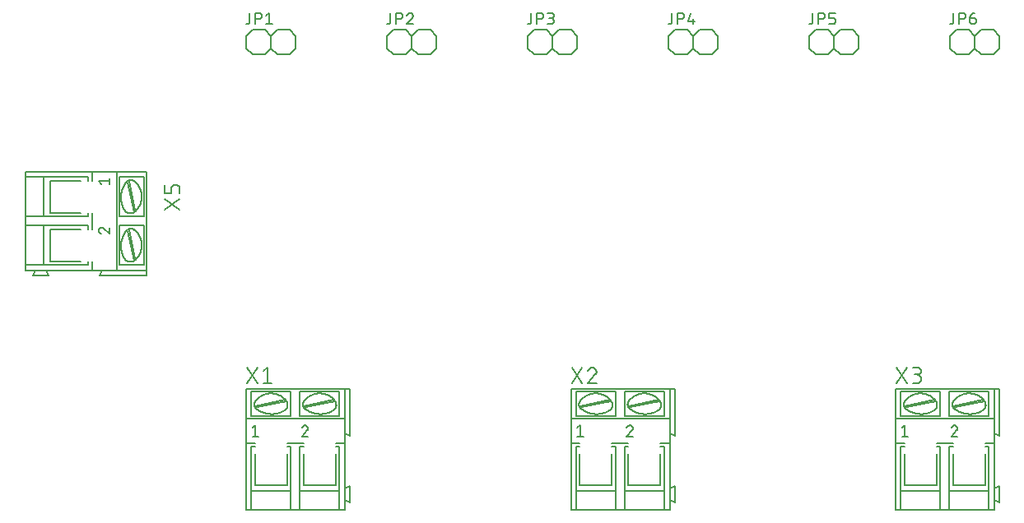
<source format=gbr>
G04 EAGLE Gerber RS-274X export*
G75*
%MOMM*%
%FSLAX34Y34*%
%LPD*%
%INSilkscreen Top*%
%IPPOS*%
%AMOC8*
5,1,8,0,0,1.08239X$1,22.5*%
G01*
%ADD10C,0.152400*%
%ADD11C,0.127000*%
%ADD12C,0.177800*%


D10*
X442976Y334010D02*
X442976Y303530D01*
X442976Y334010D02*
X341376Y334010D01*
X442976Y334010D02*
X448056Y334010D01*
X448056Y285750D01*
X442976Y288290D01*
X442976Y219710D02*
X448056Y217170D01*
X442976Y219710D02*
X442976Y209550D01*
X442976Y231140D02*
X448056Y233680D01*
X442976Y231140D02*
X442976Y219710D01*
X448056Y217170D02*
X448056Y233680D01*
X396748Y228600D02*
X396748Y209550D01*
X437388Y228600D02*
X437388Y274320D01*
X437388Y209550D02*
X396748Y209550D01*
X437388Y209550D02*
X442976Y209550D01*
X387350Y209550D02*
X387350Y228600D01*
X387350Y209550D02*
X396748Y209550D01*
X346710Y228600D02*
X346710Y274320D01*
X346710Y209550D02*
X341376Y209550D01*
X346710Y209550D02*
X387350Y209550D01*
X396748Y228600D02*
X437388Y228600D01*
X396748Y228600D02*
X396748Y274320D01*
X437388Y228600D02*
X437388Y209550D01*
X387350Y228600D02*
X346710Y228600D01*
X387350Y228600D02*
X387350Y274320D01*
X346710Y228600D02*
X346710Y209550D01*
X433578Y234950D02*
X433578Y266700D01*
X433578Y234950D02*
X400558Y234950D01*
X400558Y266700D01*
X383540Y266700D02*
X383540Y234950D01*
X350520Y234950D01*
X350520Y266700D01*
X341376Y278130D02*
X341376Y209550D01*
X341376Y278130D02*
X341376Y303530D01*
X442976Y288290D02*
X442976Y278130D01*
X442976Y231140D01*
X442976Y303530D02*
X341376Y303530D01*
X341376Y334010D01*
X442976Y303530D02*
X442976Y288290D01*
X396748Y306070D02*
X396748Y331470D01*
X437388Y331470D01*
X437388Y306070D01*
X396748Y306070D01*
X387350Y306070D02*
X387350Y331470D01*
X387350Y306070D02*
X346710Y306070D01*
X346710Y331470D01*
X387350Y331470D01*
X432307Y322325D02*
X432417Y322200D01*
X432523Y322073D01*
X432627Y321943D01*
X432727Y321810D01*
X432824Y321676D01*
X432918Y321538D01*
X433008Y321399D01*
X433095Y321257D01*
X433179Y321114D01*
X433259Y320968D01*
X433335Y320820D01*
X433408Y320671D01*
X433477Y320520D01*
X433542Y320367D01*
X433604Y320213D01*
X433662Y320057D01*
X433716Y319900D01*
X433766Y319741D01*
X433813Y319582D01*
X433855Y319421D01*
X433894Y319260D01*
X433929Y319097D01*
X433959Y318934D01*
X433986Y318770D01*
X434009Y318605D01*
X434027Y318440D01*
X434042Y318274D01*
X434053Y318109D01*
X434059Y317942D01*
X434062Y317776D01*
X434061Y317610D01*
X434055Y317444D01*
X434045Y317278D01*
X434032Y317113D01*
X434014Y316947D01*
X433993Y316782D01*
X433967Y316618D01*
X433938Y316455D01*
X433904Y316292D01*
X433867Y316130D01*
X433825Y315969D01*
X433780Y315809D01*
X433731Y315651D01*
X433678Y315493D01*
X433621Y315337D01*
X433560Y315182D01*
X433496Y315029D01*
X433428Y314877D01*
X433356Y314727D01*
X433280Y314579D01*
X433201Y314433D01*
X433119Y314289D01*
X433033Y314147D01*
X432944Y314007D01*
X432851Y313869D01*
X432755Y313733D01*
X432655Y313600D01*
X432553Y313469D01*
X432447Y313341D01*
X432338Y313215D01*
X432226Y313093D01*
X432112Y312972D01*
X431994Y312855D01*
X431873Y312741D01*
X431750Y312629D01*
X432214Y312969D02*
X431733Y312618D01*
X431244Y312278D01*
X430746Y311950D01*
X430241Y311635D01*
X429728Y311332D01*
X429208Y311042D01*
X428681Y310764D01*
X428148Y310500D01*
X427608Y310248D01*
X427062Y310010D01*
X426511Y309785D01*
X425954Y309574D01*
X425392Y309376D01*
X424826Y309192D01*
X424255Y309022D01*
X423680Y308866D01*
X423102Y308724D01*
X422520Y308596D01*
X421936Y308483D01*
X421348Y308383D01*
X420759Y308299D01*
X420168Y308228D01*
X419575Y308172D01*
X418981Y308130D01*
X418386Y308103D01*
X417790Y308091D01*
X417195Y308093D01*
X416599Y308110D01*
X416005Y308141D01*
X415411Y308186D01*
X414818Y308246D01*
X414228Y308321D01*
X413639Y308410D01*
X413052Y308513D01*
X412468Y308631D01*
X411888Y308762D01*
X411310Y308908D01*
X410737Y309068D01*
X410167Y309242D01*
X409602Y309430D01*
X409041Y309632D01*
X408486Y309847D01*
X407936Y310075D01*
X407392Y310317D01*
X406854Y310573D01*
X406322Y310841D01*
X405797Y311122D01*
X405279Y311416D01*
X404769Y311722D01*
X404266Y312041D01*
X403770Y312372D01*
X403284Y312715D01*
X402805Y313070D01*
X402336Y313436D01*
X400812Y321818D02*
X401131Y322202D01*
X401459Y322578D01*
X401796Y322946D01*
X402142Y323306D01*
X402496Y323658D01*
X402859Y324001D01*
X403230Y324334D01*
X403609Y324659D01*
X403996Y324975D01*
X404391Y325281D01*
X404792Y325577D01*
X405201Y325864D01*
X405616Y326140D01*
X406039Y326406D01*
X406467Y326662D01*
X406902Y326908D01*
X407342Y327143D01*
X407788Y327367D01*
X408239Y327581D01*
X408695Y327783D01*
X409156Y327974D01*
X409622Y328154D01*
X410092Y328323D01*
X410566Y328480D01*
X411043Y328626D01*
X411524Y328760D01*
X412008Y328882D01*
X412494Y328993D01*
X412984Y329092D01*
X413475Y329179D01*
X413969Y329254D01*
X414464Y329317D01*
X414960Y329367D01*
X415458Y329406D01*
X415956Y329433D01*
X416455Y329448D01*
X416955Y329451D01*
X417454Y329441D01*
X417952Y329419D01*
X418450Y329386D01*
X418947Y329340D01*
X419443Y329282D01*
X419937Y329213D01*
X420430Y329131D01*
X420920Y329037D01*
X421408Y328932D01*
X421893Y328814D01*
X422375Y328685D01*
X422854Y328545D01*
X423330Y328392D01*
X423801Y328229D01*
X424268Y328054D01*
X424732Y327867D01*
X425190Y327670D01*
X425643Y327461D01*
X426092Y327241D01*
X426534Y327011D01*
X426972Y326770D01*
X427403Y326519D01*
X427828Y326257D01*
X428246Y325984D01*
X428658Y325702D01*
X429062Y325410D01*
X429460Y325108D01*
X429850Y324797D01*
X430233Y324476D01*
X430607Y324146D01*
X430974Y323807D01*
X431332Y323460D01*
X431681Y323103D01*
X432022Y322739D01*
X432354Y322366D01*
X402757Y313077D02*
X402625Y313152D01*
X402495Y313231D01*
X402367Y313313D01*
X402242Y313399D01*
X402118Y313487D01*
X401997Y313579D01*
X401878Y313674D01*
X401762Y313772D01*
X401648Y313872D01*
X401537Y313976D01*
X401429Y314082D01*
X401323Y314192D01*
X401220Y314304D01*
X401120Y314418D01*
X401024Y314535D01*
X400930Y314654D01*
X400839Y314776D01*
X400751Y314900D01*
X400667Y315027D01*
X400585Y315155D01*
X400507Y315285D01*
X400433Y315418D01*
X400362Y315552D01*
X400294Y315688D01*
X400230Y315826D01*
X400169Y315965D01*
X400112Y316106D01*
X400059Y316248D01*
X400009Y316392D01*
X399963Y316536D01*
X399921Y316682D01*
X399882Y316829D01*
X399848Y316977D01*
X399817Y317126D01*
X399789Y317275D01*
X399766Y317426D01*
X399747Y317576D01*
X399731Y317727D01*
X399719Y317879D01*
X399711Y318031D01*
X399708Y318182D01*
X399707Y318334D01*
X399711Y318486D01*
X399719Y318638D01*
X399731Y318789D01*
X399746Y318941D01*
X399765Y319091D01*
X399789Y319241D01*
X399816Y319391D01*
X399846Y319540D01*
X399881Y319688D01*
X399920Y319835D01*
X399962Y319981D01*
X400008Y320125D01*
X400057Y320269D01*
X400111Y320411D01*
X400167Y320552D01*
X400228Y320692D01*
X400292Y320829D01*
X400359Y320965D01*
X400430Y321100D01*
X400505Y321232D01*
X400583Y321363D01*
X400664Y321491D01*
X400748Y321618D01*
X400836Y321742D01*
X400926Y321864D01*
X401020Y321983D01*
X401117Y322100D01*
X401217Y322215D01*
X401320Y322327D01*
X400812Y316230D02*
X431292Y322580D01*
X432562Y321310D02*
X402082Y314960D01*
X381712Y312629D02*
X381835Y312741D01*
X381956Y312855D01*
X382074Y312972D01*
X382188Y313093D01*
X382300Y313215D01*
X382409Y313341D01*
X382515Y313469D01*
X382617Y313600D01*
X382717Y313733D01*
X382813Y313869D01*
X382906Y314007D01*
X382995Y314147D01*
X383081Y314289D01*
X383163Y314433D01*
X383242Y314579D01*
X383318Y314727D01*
X383390Y314877D01*
X383458Y315029D01*
X383522Y315182D01*
X383583Y315337D01*
X383640Y315493D01*
X383693Y315651D01*
X383742Y315809D01*
X383787Y315969D01*
X383829Y316130D01*
X383866Y316292D01*
X383900Y316455D01*
X383929Y316618D01*
X383955Y316782D01*
X383976Y316947D01*
X383994Y317113D01*
X384007Y317278D01*
X384017Y317444D01*
X384023Y317610D01*
X384024Y317776D01*
X384021Y317942D01*
X384015Y318109D01*
X384004Y318274D01*
X383989Y318440D01*
X383971Y318605D01*
X383948Y318770D01*
X383921Y318934D01*
X383891Y319097D01*
X383856Y319260D01*
X383817Y319421D01*
X383775Y319582D01*
X383728Y319741D01*
X383678Y319900D01*
X383624Y320057D01*
X383566Y320213D01*
X383504Y320367D01*
X383439Y320520D01*
X383370Y320671D01*
X383297Y320820D01*
X383221Y320968D01*
X383141Y321114D01*
X383057Y321257D01*
X382970Y321399D01*
X382880Y321538D01*
X382786Y321676D01*
X382689Y321810D01*
X382589Y321943D01*
X382485Y322073D01*
X382379Y322200D01*
X382269Y322325D01*
X382176Y312968D02*
X381695Y312616D01*
X381206Y312277D01*
X380709Y311949D01*
X380204Y311634D01*
X379691Y311331D01*
X379171Y311040D01*
X378644Y310763D01*
X378110Y310498D01*
X377571Y310247D01*
X377025Y310009D01*
X376473Y309784D01*
X375916Y309572D01*
X375355Y309375D01*
X374788Y309191D01*
X374217Y309021D01*
X373643Y308865D01*
X373064Y308723D01*
X372483Y308595D01*
X371898Y308482D01*
X371311Y308382D01*
X370721Y308297D01*
X370130Y308227D01*
X369537Y308171D01*
X368943Y308129D01*
X368348Y308102D01*
X367752Y308090D01*
X367157Y308092D01*
X366562Y308109D01*
X365967Y308140D01*
X365373Y308185D01*
X364781Y308245D01*
X364190Y308320D01*
X363601Y308409D01*
X363014Y308512D01*
X362430Y308630D01*
X361850Y308762D01*
X361272Y308908D01*
X360699Y309068D01*
X360129Y309242D01*
X359564Y309429D01*
X359003Y309631D01*
X358448Y309846D01*
X357898Y310075D01*
X357354Y310317D01*
X356816Y310572D01*
X356284Y310840D01*
X355759Y311121D01*
X355241Y311415D01*
X354731Y311722D01*
X354228Y312041D01*
X353732Y312372D01*
X353246Y312715D01*
X352767Y313069D01*
X352298Y313436D01*
X350774Y321818D02*
X351093Y322202D01*
X351421Y322579D01*
X351758Y322947D01*
X352104Y323307D01*
X352458Y323658D01*
X352821Y324001D01*
X353192Y324335D01*
X353571Y324660D01*
X353958Y324975D01*
X354352Y325282D01*
X354754Y325578D01*
X355163Y325864D01*
X355578Y326141D01*
X356000Y326407D01*
X356429Y326664D01*
X356864Y326909D01*
X357304Y327144D01*
X357750Y327369D01*
X358201Y327582D01*
X358658Y327784D01*
X359119Y327976D01*
X359584Y328156D01*
X360054Y328324D01*
X360528Y328482D01*
X361005Y328627D01*
X361486Y328762D01*
X361970Y328884D01*
X362457Y328995D01*
X362946Y329093D01*
X363438Y329180D01*
X363931Y329255D01*
X364426Y329318D01*
X364923Y329369D01*
X365421Y329408D01*
X365919Y329435D01*
X366418Y329450D01*
X366917Y329453D01*
X367416Y329443D01*
X367915Y329422D01*
X368413Y329388D01*
X368910Y329342D01*
X369406Y329284D01*
X369900Y329215D01*
X370393Y329133D01*
X370883Y329039D01*
X371371Y328934D01*
X371856Y328817D01*
X372339Y328688D01*
X372818Y328547D01*
X373293Y328395D01*
X373764Y328231D01*
X374232Y328056D01*
X374695Y327870D01*
X375154Y327672D01*
X375607Y327463D01*
X376055Y327244D01*
X376498Y327014D01*
X376935Y326773D01*
X377367Y326521D01*
X377792Y326259D01*
X378210Y325987D01*
X378622Y325705D01*
X379027Y325413D01*
X379424Y325111D01*
X379814Y324799D01*
X380197Y324479D01*
X380571Y324149D01*
X380938Y323810D01*
X381296Y323462D01*
X381646Y323106D01*
X381987Y322741D01*
X382319Y322368D01*
X352719Y313077D02*
X352587Y313152D01*
X352457Y313231D01*
X352329Y313313D01*
X352204Y313399D01*
X352080Y313487D01*
X351959Y313579D01*
X351840Y313674D01*
X351724Y313772D01*
X351610Y313872D01*
X351499Y313976D01*
X351391Y314082D01*
X351285Y314192D01*
X351182Y314304D01*
X351082Y314418D01*
X350986Y314535D01*
X350892Y314654D01*
X350801Y314776D01*
X350713Y314900D01*
X350629Y315027D01*
X350547Y315155D01*
X350469Y315285D01*
X350395Y315418D01*
X350324Y315552D01*
X350256Y315688D01*
X350192Y315826D01*
X350131Y315965D01*
X350074Y316106D01*
X350021Y316248D01*
X349971Y316392D01*
X349925Y316536D01*
X349883Y316682D01*
X349844Y316829D01*
X349810Y316977D01*
X349779Y317126D01*
X349751Y317275D01*
X349728Y317426D01*
X349709Y317576D01*
X349693Y317727D01*
X349681Y317879D01*
X349673Y318031D01*
X349670Y318182D01*
X349669Y318334D01*
X349673Y318486D01*
X349681Y318638D01*
X349693Y318789D01*
X349708Y318941D01*
X349727Y319091D01*
X349751Y319241D01*
X349778Y319391D01*
X349808Y319540D01*
X349843Y319688D01*
X349882Y319835D01*
X349924Y319981D01*
X349970Y320125D01*
X350019Y320269D01*
X350073Y320411D01*
X350129Y320552D01*
X350190Y320692D01*
X350254Y320829D01*
X350321Y320965D01*
X350392Y321100D01*
X350467Y321232D01*
X350545Y321363D01*
X350626Y321491D01*
X350710Y321618D01*
X350798Y321742D01*
X350888Y321864D01*
X350982Y321983D01*
X351079Y322100D01*
X351179Y322215D01*
X351282Y322327D01*
X350774Y316230D02*
X381254Y322580D01*
X382524Y321310D02*
X352044Y314960D01*
X350520Y274320D02*
X346710Y274320D01*
X383540Y274320D02*
X387350Y274320D01*
X350520Y278130D02*
X341376Y278130D01*
X383540Y278130D02*
X400558Y278130D01*
X433578Y278130D02*
X442976Y278130D01*
X437388Y274320D02*
X433578Y274320D01*
X400558Y274320D02*
X396748Y274320D01*
D11*
X351028Y296545D02*
X347853Y294005D01*
X351028Y296545D02*
X351028Y285115D01*
X347853Y285115D02*
X354203Y285115D01*
X402146Y296546D02*
X402250Y296544D01*
X402355Y296538D01*
X402459Y296529D01*
X402562Y296516D01*
X402665Y296498D01*
X402767Y296478D01*
X402869Y296453D01*
X402969Y296425D01*
X403069Y296393D01*
X403167Y296357D01*
X403264Y296318D01*
X403359Y296276D01*
X403453Y296230D01*
X403545Y296180D01*
X403635Y296128D01*
X403723Y296072D01*
X403809Y296012D01*
X403893Y295950D01*
X403974Y295885D01*
X404053Y295817D01*
X404130Y295745D01*
X404203Y295672D01*
X404275Y295595D01*
X404343Y295516D01*
X404408Y295435D01*
X404470Y295351D01*
X404530Y295265D01*
X404586Y295177D01*
X404638Y295087D01*
X404688Y294995D01*
X404734Y294901D01*
X404776Y294806D01*
X404815Y294709D01*
X404851Y294611D01*
X404883Y294511D01*
X404911Y294411D01*
X404936Y294309D01*
X404956Y294207D01*
X404974Y294104D01*
X404987Y294001D01*
X404996Y293897D01*
X405002Y293792D01*
X405004Y293688D01*
X402146Y296545D02*
X402028Y296543D01*
X401909Y296537D01*
X401791Y296528D01*
X401674Y296515D01*
X401557Y296497D01*
X401440Y296477D01*
X401324Y296452D01*
X401209Y296424D01*
X401096Y296391D01*
X400983Y296356D01*
X400871Y296316D01*
X400761Y296274D01*
X400652Y296227D01*
X400544Y296177D01*
X400439Y296124D01*
X400335Y296067D01*
X400233Y296007D01*
X400133Y295944D01*
X400035Y295877D01*
X399939Y295808D01*
X399846Y295735D01*
X399755Y295659D01*
X399666Y295581D01*
X399580Y295499D01*
X399497Y295415D01*
X399416Y295329D01*
X399339Y295239D01*
X399264Y295148D01*
X399192Y295054D01*
X399123Y294957D01*
X399058Y294859D01*
X398995Y294758D01*
X398936Y294655D01*
X398880Y294551D01*
X398828Y294445D01*
X398779Y294337D01*
X398734Y294228D01*
X398692Y294117D01*
X398654Y294005D01*
X404051Y291466D02*
X404127Y291541D01*
X404202Y291620D01*
X404273Y291701D01*
X404342Y291785D01*
X404407Y291871D01*
X404469Y291959D01*
X404529Y292049D01*
X404585Y292141D01*
X404638Y292236D01*
X404687Y292332D01*
X404733Y292430D01*
X404776Y292529D01*
X404815Y292630D01*
X404850Y292732D01*
X404882Y292835D01*
X404910Y292939D01*
X404935Y293044D01*
X404956Y293151D01*
X404973Y293257D01*
X404986Y293364D01*
X404995Y293472D01*
X405001Y293580D01*
X405003Y293688D01*
X404051Y291465D02*
X398653Y285115D01*
X405003Y285115D01*
D12*
X342265Y339979D02*
X352933Y355981D01*
X342265Y355981D02*
X352933Y339979D01*
X358785Y352425D02*
X363230Y355981D01*
X363230Y339979D01*
X358785Y339979D02*
X367675Y339979D01*
D10*
X776986Y334010D02*
X776986Y303530D01*
X776986Y334010D02*
X675386Y334010D01*
X776986Y334010D02*
X782066Y334010D01*
X782066Y285750D01*
X776986Y288290D01*
X776986Y219710D02*
X782066Y217170D01*
X776986Y219710D02*
X776986Y209550D01*
X776986Y231140D02*
X782066Y233680D01*
X776986Y231140D02*
X776986Y219710D01*
X782066Y217170D02*
X782066Y233680D01*
X730758Y228600D02*
X730758Y209550D01*
X771398Y228600D02*
X771398Y274320D01*
X771398Y209550D02*
X730758Y209550D01*
X771398Y209550D02*
X776986Y209550D01*
X721360Y209550D02*
X721360Y228600D01*
X721360Y209550D02*
X730758Y209550D01*
X680720Y228600D02*
X680720Y274320D01*
X680720Y209550D02*
X675386Y209550D01*
X680720Y209550D02*
X721360Y209550D01*
X730758Y228600D02*
X771398Y228600D01*
X730758Y228600D02*
X730758Y274320D01*
X771398Y228600D02*
X771398Y209550D01*
X721360Y228600D02*
X680720Y228600D01*
X721360Y228600D02*
X721360Y274320D01*
X680720Y228600D02*
X680720Y209550D01*
X767588Y234950D02*
X767588Y266700D01*
X767588Y234950D02*
X734568Y234950D01*
X734568Y266700D01*
X717550Y266700D02*
X717550Y234950D01*
X684530Y234950D01*
X684530Y266700D01*
X675386Y278130D02*
X675386Y209550D01*
X675386Y278130D02*
X675386Y303530D01*
X776986Y288290D02*
X776986Y278130D01*
X776986Y231140D01*
X776986Y303530D02*
X675386Y303530D01*
X675386Y334010D01*
X776986Y303530D02*
X776986Y288290D01*
X730758Y306070D02*
X730758Y331470D01*
X771398Y331470D01*
X771398Y306070D01*
X730758Y306070D01*
X721360Y306070D02*
X721360Y331470D01*
X721360Y306070D02*
X680720Y306070D01*
X680720Y331470D01*
X721360Y331470D01*
X766317Y322325D02*
X766427Y322200D01*
X766533Y322073D01*
X766637Y321943D01*
X766737Y321810D01*
X766834Y321676D01*
X766928Y321538D01*
X767018Y321399D01*
X767105Y321257D01*
X767189Y321114D01*
X767269Y320968D01*
X767345Y320820D01*
X767418Y320671D01*
X767487Y320520D01*
X767552Y320367D01*
X767614Y320213D01*
X767672Y320057D01*
X767726Y319900D01*
X767776Y319741D01*
X767823Y319582D01*
X767865Y319421D01*
X767904Y319260D01*
X767939Y319097D01*
X767969Y318934D01*
X767996Y318770D01*
X768019Y318605D01*
X768037Y318440D01*
X768052Y318274D01*
X768063Y318109D01*
X768069Y317942D01*
X768072Y317776D01*
X768071Y317610D01*
X768065Y317444D01*
X768055Y317278D01*
X768042Y317113D01*
X768024Y316947D01*
X768003Y316782D01*
X767977Y316618D01*
X767948Y316455D01*
X767914Y316292D01*
X767877Y316130D01*
X767835Y315969D01*
X767790Y315809D01*
X767741Y315651D01*
X767688Y315493D01*
X767631Y315337D01*
X767570Y315182D01*
X767506Y315029D01*
X767438Y314877D01*
X767366Y314727D01*
X767290Y314579D01*
X767211Y314433D01*
X767129Y314289D01*
X767043Y314147D01*
X766954Y314007D01*
X766861Y313869D01*
X766765Y313733D01*
X766665Y313600D01*
X766563Y313469D01*
X766457Y313341D01*
X766348Y313215D01*
X766236Y313093D01*
X766122Y312972D01*
X766004Y312855D01*
X765883Y312741D01*
X765760Y312629D01*
X766224Y312969D02*
X765743Y312618D01*
X765254Y312278D01*
X764756Y311950D01*
X764251Y311635D01*
X763738Y311332D01*
X763218Y311042D01*
X762691Y310764D01*
X762158Y310500D01*
X761618Y310248D01*
X761072Y310010D01*
X760521Y309785D01*
X759964Y309574D01*
X759402Y309376D01*
X758836Y309192D01*
X758265Y309022D01*
X757690Y308866D01*
X757112Y308724D01*
X756530Y308596D01*
X755946Y308483D01*
X755358Y308383D01*
X754769Y308299D01*
X754178Y308228D01*
X753585Y308172D01*
X752991Y308130D01*
X752396Y308103D01*
X751800Y308091D01*
X751205Y308093D01*
X750609Y308110D01*
X750015Y308141D01*
X749421Y308186D01*
X748828Y308246D01*
X748238Y308321D01*
X747649Y308410D01*
X747062Y308513D01*
X746478Y308631D01*
X745898Y308762D01*
X745320Y308908D01*
X744747Y309068D01*
X744177Y309242D01*
X743612Y309430D01*
X743051Y309632D01*
X742496Y309847D01*
X741946Y310075D01*
X741402Y310317D01*
X740864Y310573D01*
X740332Y310841D01*
X739807Y311122D01*
X739289Y311416D01*
X738779Y311722D01*
X738276Y312041D01*
X737780Y312372D01*
X737294Y312715D01*
X736815Y313070D01*
X736346Y313436D01*
X734822Y321818D02*
X735141Y322202D01*
X735469Y322578D01*
X735806Y322946D01*
X736152Y323306D01*
X736506Y323658D01*
X736869Y324001D01*
X737240Y324334D01*
X737619Y324659D01*
X738006Y324975D01*
X738401Y325281D01*
X738802Y325577D01*
X739211Y325864D01*
X739626Y326140D01*
X740049Y326406D01*
X740477Y326662D01*
X740912Y326908D01*
X741352Y327143D01*
X741798Y327367D01*
X742249Y327581D01*
X742705Y327783D01*
X743166Y327974D01*
X743632Y328154D01*
X744102Y328323D01*
X744576Y328480D01*
X745053Y328626D01*
X745534Y328760D01*
X746018Y328882D01*
X746504Y328993D01*
X746994Y329092D01*
X747485Y329179D01*
X747979Y329254D01*
X748474Y329317D01*
X748970Y329367D01*
X749468Y329406D01*
X749966Y329433D01*
X750465Y329448D01*
X750965Y329451D01*
X751464Y329441D01*
X751962Y329419D01*
X752460Y329386D01*
X752957Y329340D01*
X753453Y329282D01*
X753947Y329213D01*
X754440Y329131D01*
X754930Y329037D01*
X755418Y328932D01*
X755903Y328814D01*
X756385Y328685D01*
X756864Y328545D01*
X757340Y328392D01*
X757811Y328229D01*
X758278Y328054D01*
X758742Y327867D01*
X759200Y327670D01*
X759653Y327461D01*
X760102Y327241D01*
X760544Y327011D01*
X760982Y326770D01*
X761413Y326519D01*
X761838Y326257D01*
X762256Y325984D01*
X762668Y325702D01*
X763072Y325410D01*
X763470Y325108D01*
X763860Y324797D01*
X764243Y324476D01*
X764617Y324146D01*
X764984Y323807D01*
X765342Y323460D01*
X765691Y323103D01*
X766032Y322739D01*
X766364Y322366D01*
X736767Y313077D02*
X736635Y313152D01*
X736505Y313231D01*
X736377Y313313D01*
X736252Y313399D01*
X736128Y313487D01*
X736007Y313579D01*
X735888Y313674D01*
X735772Y313772D01*
X735658Y313872D01*
X735547Y313976D01*
X735439Y314082D01*
X735333Y314192D01*
X735230Y314304D01*
X735130Y314418D01*
X735034Y314535D01*
X734940Y314654D01*
X734849Y314776D01*
X734761Y314900D01*
X734677Y315027D01*
X734595Y315155D01*
X734517Y315285D01*
X734443Y315418D01*
X734372Y315552D01*
X734304Y315688D01*
X734240Y315826D01*
X734179Y315965D01*
X734122Y316106D01*
X734069Y316248D01*
X734019Y316392D01*
X733973Y316536D01*
X733931Y316682D01*
X733892Y316829D01*
X733858Y316977D01*
X733827Y317126D01*
X733799Y317275D01*
X733776Y317426D01*
X733757Y317576D01*
X733741Y317727D01*
X733729Y317879D01*
X733721Y318031D01*
X733718Y318182D01*
X733717Y318334D01*
X733721Y318486D01*
X733729Y318638D01*
X733741Y318789D01*
X733756Y318941D01*
X733775Y319091D01*
X733799Y319241D01*
X733826Y319391D01*
X733856Y319540D01*
X733891Y319688D01*
X733930Y319835D01*
X733972Y319981D01*
X734018Y320125D01*
X734067Y320269D01*
X734121Y320411D01*
X734177Y320552D01*
X734238Y320692D01*
X734302Y320829D01*
X734369Y320965D01*
X734440Y321100D01*
X734515Y321232D01*
X734593Y321363D01*
X734674Y321491D01*
X734758Y321618D01*
X734846Y321742D01*
X734936Y321864D01*
X735030Y321983D01*
X735127Y322100D01*
X735227Y322215D01*
X735330Y322327D01*
X734822Y316230D02*
X765302Y322580D01*
X766572Y321310D02*
X736092Y314960D01*
X715722Y312629D02*
X715845Y312741D01*
X715966Y312855D01*
X716084Y312972D01*
X716198Y313093D01*
X716310Y313215D01*
X716419Y313341D01*
X716525Y313469D01*
X716627Y313600D01*
X716727Y313733D01*
X716823Y313869D01*
X716916Y314007D01*
X717005Y314147D01*
X717091Y314289D01*
X717173Y314433D01*
X717252Y314579D01*
X717328Y314727D01*
X717400Y314877D01*
X717468Y315029D01*
X717532Y315182D01*
X717593Y315337D01*
X717650Y315493D01*
X717703Y315651D01*
X717752Y315809D01*
X717797Y315969D01*
X717839Y316130D01*
X717876Y316292D01*
X717910Y316455D01*
X717939Y316618D01*
X717965Y316782D01*
X717986Y316947D01*
X718004Y317113D01*
X718017Y317278D01*
X718027Y317444D01*
X718033Y317610D01*
X718034Y317776D01*
X718031Y317942D01*
X718025Y318109D01*
X718014Y318274D01*
X717999Y318440D01*
X717981Y318605D01*
X717958Y318770D01*
X717931Y318934D01*
X717901Y319097D01*
X717866Y319260D01*
X717827Y319421D01*
X717785Y319582D01*
X717738Y319741D01*
X717688Y319900D01*
X717634Y320057D01*
X717576Y320213D01*
X717514Y320367D01*
X717449Y320520D01*
X717380Y320671D01*
X717307Y320820D01*
X717231Y320968D01*
X717151Y321114D01*
X717067Y321257D01*
X716980Y321399D01*
X716890Y321538D01*
X716796Y321676D01*
X716699Y321810D01*
X716599Y321943D01*
X716495Y322073D01*
X716389Y322200D01*
X716279Y322325D01*
X716186Y312968D02*
X715705Y312616D01*
X715216Y312277D01*
X714719Y311949D01*
X714214Y311634D01*
X713701Y311331D01*
X713181Y311040D01*
X712654Y310763D01*
X712120Y310498D01*
X711581Y310247D01*
X711035Y310009D01*
X710483Y309784D01*
X709926Y309572D01*
X709365Y309375D01*
X708798Y309191D01*
X708227Y309021D01*
X707653Y308865D01*
X707074Y308723D01*
X706493Y308595D01*
X705908Y308482D01*
X705321Y308382D01*
X704731Y308297D01*
X704140Y308227D01*
X703547Y308171D01*
X702953Y308129D01*
X702358Y308102D01*
X701762Y308090D01*
X701167Y308092D01*
X700572Y308109D01*
X699977Y308140D01*
X699383Y308185D01*
X698791Y308245D01*
X698200Y308320D01*
X697611Y308409D01*
X697024Y308512D01*
X696440Y308630D01*
X695860Y308762D01*
X695282Y308908D01*
X694709Y309068D01*
X694139Y309242D01*
X693574Y309429D01*
X693013Y309631D01*
X692458Y309846D01*
X691908Y310075D01*
X691364Y310317D01*
X690826Y310572D01*
X690294Y310840D01*
X689769Y311121D01*
X689251Y311415D01*
X688741Y311722D01*
X688238Y312041D01*
X687742Y312372D01*
X687256Y312715D01*
X686777Y313069D01*
X686308Y313436D01*
X684784Y321818D02*
X685103Y322202D01*
X685431Y322579D01*
X685768Y322947D01*
X686114Y323307D01*
X686468Y323658D01*
X686831Y324001D01*
X687202Y324335D01*
X687581Y324660D01*
X687968Y324975D01*
X688362Y325282D01*
X688764Y325578D01*
X689173Y325864D01*
X689588Y326141D01*
X690010Y326407D01*
X690439Y326664D01*
X690874Y326909D01*
X691314Y327144D01*
X691760Y327369D01*
X692211Y327582D01*
X692668Y327784D01*
X693129Y327976D01*
X693594Y328156D01*
X694064Y328324D01*
X694538Y328482D01*
X695015Y328627D01*
X695496Y328762D01*
X695980Y328884D01*
X696467Y328995D01*
X696956Y329093D01*
X697448Y329180D01*
X697941Y329255D01*
X698436Y329318D01*
X698933Y329369D01*
X699431Y329408D01*
X699929Y329435D01*
X700428Y329450D01*
X700927Y329453D01*
X701426Y329443D01*
X701925Y329422D01*
X702423Y329388D01*
X702920Y329342D01*
X703416Y329284D01*
X703910Y329215D01*
X704403Y329133D01*
X704893Y329039D01*
X705381Y328934D01*
X705866Y328817D01*
X706349Y328688D01*
X706828Y328547D01*
X707303Y328395D01*
X707774Y328231D01*
X708242Y328056D01*
X708705Y327870D01*
X709164Y327672D01*
X709617Y327463D01*
X710065Y327244D01*
X710508Y327014D01*
X710945Y326773D01*
X711377Y326521D01*
X711802Y326259D01*
X712220Y325987D01*
X712632Y325705D01*
X713037Y325413D01*
X713434Y325111D01*
X713824Y324799D01*
X714207Y324479D01*
X714581Y324149D01*
X714948Y323810D01*
X715306Y323462D01*
X715656Y323106D01*
X715997Y322741D01*
X716329Y322368D01*
X686729Y313077D02*
X686597Y313152D01*
X686467Y313231D01*
X686339Y313313D01*
X686214Y313399D01*
X686090Y313487D01*
X685969Y313579D01*
X685850Y313674D01*
X685734Y313772D01*
X685620Y313872D01*
X685509Y313976D01*
X685401Y314082D01*
X685295Y314192D01*
X685192Y314304D01*
X685092Y314418D01*
X684996Y314535D01*
X684902Y314654D01*
X684811Y314776D01*
X684723Y314900D01*
X684639Y315027D01*
X684557Y315155D01*
X684479Y315285D01*
X684405Y315418D01*
X684334Y315552D01*
X684266Y315688D01*
X684202Y315826D01*
X684141Y315965D01*
X684084Y316106D01*
X684031Y316248D01*
X683981Y316392D01*
X683935Y316536D01*
X683893Y316682D01*
X683854Y316829D01*
X683820Y316977D01*
X683789Y317126D01*
X683761Y317275D01*
X683738Y317426D01*
X683719Y317576D01*
X683703Y317727D01*
X683691Y317879D01*
X683683Y318031D01*
X683680Y318182D01*
X683679Y318334D01*
X683683Y318486D01*
X683691Y318638D01*
X683703Y318789D01*
X683718Y318941D01*
X683737Y319091D01*
X683761Y319241D01*
X683788Y319391D01*
X683818Y319540D01*
X683853Y319688D01*
X683892Y319835D01*
X683934Y319981D01*
X683980Y320125D01*
X684029Y320269D01*
X684083Y320411D01*
X684139Y320552D01*
X684200Y320692D01*
X684264Y320829D01*
X684331Y320965D01*
X684402Y321100D01*
X684477Y321232D01*
X684555Y321363D01*
X684636Y321491D01*
X684720Y321618D01*
X684808Y321742D01*
X684898Y321864D01*
X684992Y321983D01*
X685089Y322100D01*
X685189Y322215D01*
X685292Y322327D01*
X684784Y316230D02*
X715264Y322580D01*
X716534Y321310D02*
X686054Y314960D01*
X684530Y274320D02*
X680720Y274320D01*
X717550Y274320D02*
X721360Y274320D01*
X684530Y278130D02*
X675386Y278130D01*
X717550Y278130D02*
X734568Y278130D01*
X767588Y278130D02*
X776986Y278130D01*
X771398Y274320D02*
X767588Y274320D01*
X734568Y274320D02*
X730758Y274320D01*
D11*
X685038Y296545D02*
X681863Y294005D01*
X685038Y296545D02*
X685038Y285115D01*
X681863Y285115D02*
X688213Y285115D01*
X736156Y296546D02*
X736260Y296544D01*
X736365Y296538D01*
X736469Y296529D01*
X736572Y296516D01*
X736675Y296498D01*
X736777Y296478D01*
X736879Y296453D01*
X736979Y296425D01*
X737079Y296393D01*
X737177Y296357D01*
X737274Y296318D01*
X737369Y296276D01*
X737463Y296230D01*
X737555Y296180D01*
X737645Y296128D01*
X737733Y296072D01*
X737819Y296012D01*
X737903Y295950D01*
X737984Y295885D01*
X738063Y295817D01*
X738140Y295745D01*
X738213Y295672D01*
X738285Y295595D01*
X738353Y295516D01*
X738418Y295435D01*
X738480Y295351D01*
X738540Y295265D01*
X738596Y295177D01*
X738648Y295087D01*
X738698Y294995D01*
X738744Y294901D01*
X738786Y294806D01*
X738825Y294709D01*
X738861Y294611D01*
X738893Y294511D01*
X738921Y294411D01*
X738946Y294309D01*
X738966Y294207D01*
X738984Y294104D01*
X738997Y294001D01*
X739006Y293897D01*
X739012Y293792D01*
X739014Y293688D01*
X736156Y296545D02*
X736038Y296543D01*
X735919Y296537D01*
X735801Y296528D01*
X735684Y296515D01*
X735567Y296497D01*
X735450Y296477D01*
X735334Y296452D01*
X735219Y296424D01*
X735106Y296391D01*
X734993Y296356D01*
X734881Y296316D01*
X734771Y296274D01*
X734662Y296227D01*
X734554Y296177D01*
X734449Y296124D01*
X734345Y296067D01*
X734243Y296007D01*
X734143Y295944D01*
X734045Y295877D01*
X733949Y295808D01*
X733856Y295735D01*
X733765Y295659D01*
X733676Y295581D01*
X733590Y295499D01*
X733507Y295415D01*
X733426Y295329D01*
X733349Y295239D01*
X733274Y295148D01*
X733202Y295054D01*
X733133Y294957D01*
X733068Y294859D01*
X733005Y294758D01*
X732946Y294655D01*
X732890Y294551D01*
X732838Y294445D01*
X732789Y294337D01*
X732744Y294228D01*
X732702Y294117D01*
X732664Y294005D01*
X738061Y291466D02*
X738137Y291541D01*
X738212Y291620D01*
X738283Y291701D01*
X738352Y291785D01*
X738417Y291871D01*
X738479Y291959D01*
X738539Y292049D01*
X738595Y292141D01*
X738648Y292236D01*
X738697Y292332D01*
X738743Y292430D01*
X738786Y292529D01*
X738825Y292630D01*
X738860Y292732D01*
X738892Y292835D01*
X738920Y292939D01*
X738945Y293044D01*
X738966Y293151D01*
X738983Y293257D01*
X738996Y293364D01*
X739005Y293472D01*
X739011Y293580D01*
X739013Y293688D01*
X738061Y291465D02*
X732663Y285115D01*
X739013Y285115D01*
D12*
X676275Y339979D02*
X686943Y355981D01*
X676275Y355981D02*
X686943Y339979D01*
X701686Y351981D02*
X701684Y352107D01*
X701678Y352232D01*
X701668Y352358D01*
X701654Y352482D01*
X701637Y352607D01*
X701615Y352731D01*
X701590Y352854D01*
X701560Y352976D01*
X701527Y353097D01*
X701490Y353217D01*
X701449Y353336D01*
X701405Y353454D01*
X701357Y353570D01*
X701305Y353685D01*
X701250Y353797D01*
X701191Y353908D01*
X701129Y354018D01*
X701063Y354125D01*
X700994Y354230D01*
X700922Y354333D01*
X700846Y354433D01*
X700768Y354531D01*
X700686Y354627D01*
X700602Y354720D01*
X700514Y354810D01*
X700424Y354898D01*
X700331Y354982D01*
X700235Y355064D01*
X700137Y355142D01*
X700037Y355218D01*
X699934Y355290D01*
X699829Y355359D01*
X699722Y355425D01*
X699612Y355487D01*
X699501Y355546D01*
X699389Y355601D01*
X699274Y355653D01*
X699158Y355701D01*
X699040Y355745D01*
X698921Y355786D01*
X698801Y355823D01*
X698680Y355856D01*
X698558Y355886D01*
X698435Y355911D01*
X698311Y355933D01*
X698186Y355950D01*
X698062Y355964D01*
X697936Y355974D01*
X697811Y355980D01*
X697685Y355982D01*
X697685Y355981D02*
X697544Y355979D01*
X697404Y355973D01*
X697264Y355964D01*
X697124Y355950D01*
X696985Y355933D01*
X696846Y355912D01*
X696707Y355887D01*
X696570Y355859D01*
X696433Y355826D01*
X696297Y355790D01*
X696162Y355750D01*
X696029Y355707D01*
X695896Y355660D01*
X695765Y355609D01*
X695636Y355555D01*
X695508Y355497D01*
X695381Y355436D01*
X695256Y355371D01*
X695134Y355303D01*
X695013Y355232D01*
X694893Y355157D01*
X694777Y355079D01*
X694662Y354998D01*
X694549Y354914D01*
X694439Y354826D01*
X694331Y354736D01*
X694226Y354643D01*
X694124Y354547D01*
X694024Y354448D01*
X693926Y354347D01*
X693832Y354243D01*
X693740Y354136D01*
X693652Y354027D01*
X693566Y353916D01*
X693484Y353802D01*
X693404Y353686D01*
X693328Y353568D01*
X693255Y353448D01*
X693186Y353326D01*
X693119Y353202D01*
X693056Y353076D01*
X692997Y352949D01*
X692941Y352820D01*
X692889Y352690D01*
X692840Y352558D01*
X692795Y352425D01*
X700351Y348869D02*
X700443Y348960D01*
X700533Y349053D01*
X700619Y349148D01*
X700703Y349246D01*
X700783Y349347D01*
X700861Y349450D01*
X700935Y349555D01*
X701006Y349663D01*
X701074Y349772D01*
X701138Y349884D01*
X701200Y349997D01*
X701257Y350112D01*
X701312Y350229D01*
X701363Y350348D01*
X701410Y350468D01*
X701453Y350589D01*
X701493Y350711D01*
X701529Y350835D01*
X701562Y350960D01*
X701591Y351085D01*
X701616Y351212D01*
X701637Y351339D01*
X701654Y351467D01*
X701668Y351595D01*
X701677Y351723D01*
X701683Y351852D01*
X701685Y351981D01*
X700352Y348869D02*
X692795Y339979D01*
X701685Y339979D01*
D10*
X1110996Y334010D02*
X1110996Y303530D01*
X1110996Y334010D02*
X1009396Y334010D01*
X1110996Y334010D02*
X1116076Y334010D01*
X1116076Y285750D01*
X1110996Y288290D01*
X1110996Y219710D02*
X1116076Y217170D01*
X1110996Y219710D02*
X1110996Y209550D01*
X1110996Y231140D02*
X1116076Y233680D01*
X1110996Y231140D02*
X1110996Y219710D01*
X1116076Y217170D02*
X1116076Y233680D01*
X1064768Y228600D02*
X1064768Y209550D01*
X1105408Y228600D02*
X1105408Y274320D01*
X1105408Y209550D02*
X1064768Y209550D01*
X1105408Y209550D02*
X1110996Y209550D01*
X1055370Y209550D02*
X1055370Y228600D01*
X1055370Y209550D02*
X1064768Y209550D01*
X1014730Y228600D02*
X1014730Y274320D01*
X1014730Y209550D02*
X1009396Y209550D01*
X1014730Y209550D02*
X1055370Y209550D01*
X1064768Y228600D02*
X1105408Y228600D01*
X1064768Y228600D02*
X1064768Y274320D01*
X1105408Y228600D02*
X1105408Y209550D01*
X1055370Y228600D02*
X1014730Y228600D01*
X1055370Y228600D02*
X1055370Y274320D01*
X1014730Y228600D02*
X1014730Y209550D01*
X1101598Y234950D02*
X1101598Y266700D01*
X1101598Y234950D02*
X1068578Y234950D01*
X1068578Y266700D01*
X1051560Y266700D02*
X1051560Y234950D01*
X1018540Y234950D01*
X1018540Y266700D01*
X1009396Y278130D02*
X1009396Y209550D01*
X1009396Y278130D02*
X1009396Y303530D01*
X1110996Y288290D02*
X1110996Y278130D01*
X1110996Y231140D01*
X1110996Y303530D02*
X1009396Y303530D01*
X1009396Y334010D01*
X1110996Y303530D02*
X1110996Y288290D01*
X1064768Y306070D02*
X1064768Y331470D01*
X1105408Y331470D01*
X1105408Y306070D01*
X1064768Y306070D01*
X1055370Y306070D02*
X1055370Y331470D01*
X1055370Y306070D02*
X1014730Y306070D01*
X1014730Y331470D01*
X1055370Y331470D01*
X1100327Y322325D02*
X1100437Y322200D01*
X1100543Y322073D01*
X1100647Y321943D01*
X1100747Y321810D01*
X1100844Y321676D01*
X1100938Y321538D01*
X1101028Y321399D01*
X1101115Y321257D01*
X1101199Y321114D01*
X1101279Y320968D01*
X1101355Y320820D01*
X1101428Y320671D01*
X1101497Y320520D01*
X1101562Y320367D01*
X1101624Y320213D01*
X1101682Y320057D01*
X1101736Y319900D01*
X1101786Y319741D01*
X1101833Y319582D01*
X1101875Y319421D01*
X1101914Y319260D01*
X1101949Y319097D01*
X1101979Y318934D01*
X1102006Y318770D01*
X1102029Y318605D01*
X1102047Y318440D01*
X1102062Y318274D01*
X1102073Y318109D01*
X1102079Y317942D01*
X1102082Y317776D01*
X1102081Y317610D01*
X1102075Y317444D01*
X1102065Y317278D01*
X1102052Y317113D01*
X1102034Y316947D01*
X1102013Y316782D01*
X1101987Y316618D01*
X1101958Y316455D01*
X1101924Y316292D01*
X1101887Y316130D01*
X1101845Y315969D01*
X1101800Y315809D01*
X1101751Y315651D01*
X1101698Y315493D01*
X1101641Y315337D01*
X1101580Y315182D01*
X1101516Y315029D01*
X1101448Y314877D01*
X1101376Y314727D01*
X1101300Y314579D01*
X1101221Y314433D01*
X1101139Y314289D01*
X1101053Y314147D01*
X1100964Y314007D01*
X1100871Y313869D01*
X1100775Y313733D01*
X1100675Y313600D01*
X1100573Y313469D01*
X1100467Y313341D01*
X1100358Y313215D01*
X1100246Y313093D01*
X1100132Y312972D01*
X1100014Y312855D01*
X1099893Y312741D01*
X1099770Y312629D01*
X1100234Y312969D02*
X1099753Y312618D01*
X1099264Y312278D01*
X1098766Y311950D01*
X1098261Y311635D01*
X1097748Y311332D01*
X1097228Y311042D01*
X1096701Y310764D01*
X1096168Y310500D01*
X1095628Y310248D01*
X1095082Y310010D01*
X1094531Y309785D01*
X1093974Y309574D01*
X1093412Y309376D01*
X1092846Y309192D01*
X1092275Y309022D01*
X1091700Y308866D01*
X1091122Y308724D01*
X1090540Y308596D01*
X1089956Y308483D01*
X1089368Y308383D01*
X1088779Y308299D01*
X1088188Y308228D01*
X1087595Y308172D01*
X1087001Y308130D01*
X1086406Y308103D01*
X1085810Y308091D01*
X1085215Y308093D01*
X1084619Y308110D01*
X1084025Y308141D01*
X1083431Y308186D01*
X1082838Y308246D01*
X1082248Y308321D01*
X1081659Y308410D01*
X1081072Y308513D01*
X1080488Y308631D01*
X1079908Y308762D01*
X1079330Y308908D01*
X1078757Y309068D01*
X1078187Y309242D01*
X1077622Y309430D01*
X1077061Y309632D01*
X1076506Y309847D01*
X1075956Y310075D01*
X1075412Y310317D01*
X1074874Y310573D01*
X1074342Y310841D01*
X1073817Y311122D01*
X1073299Y311416D01*
X1072789Y311722D01*
X1072286Y312041D01*
X1071790Y312372D01*
X1071304Y312715D01*
X1070825Y313070D01*
X1070356Y313436D01*
X1068832Y321818D02*
X1069151Y322202D01*
X1069479Y322578D01*
X1069816Y322946D01*
X1070162Y323306D01*
X1070516Y323658D01*
X1070879Y324001D01*
X1071250Y324334D01*
X1071629Y324659D01*
X1072016Y324975D01*
X1072411Y325281D01*
X1072812Y325577D01*
X1073221Y325864D01*
X1073636Y326140D01*
X1074059Y326406D01*
X1074487Y326662D01*
X1074922Y326908D01*
X1075362Y327143D01*
X1075808Y327367D01*
X1076259Y327581D01*
X1076715Y327783D01*
X1077176Y327974D01*
X1077642Y328154D01*
X1078112Y328323D01*
X1078586Y328480D01*
X1079063Y328626D01*
X1079544Y328760D01*
X1080028Y328882D01*
X1080514Y328993D01*
X1081004Y329092D01*
X1081495Y329179D01*
X1081989Y329254D01*
X1082484Y329317D01*
X1082980Y329367D01*
X1083478Y329406D01*
X1083976Y329433D01*
X1084475Y329448D01*
X1084975Y329451D01*
X1085474Y329441D01*
X1085972Y329419D01*
X1086470Y329386D01*
X1086967Y329340D01*
X1087463Y329282D01*
X1087957Y329213D01*
X1088450Y329131D01*
X1088940Y329037D01*
X1089428Y328932D01*
X1089913Y328814D01*
X1090395Y328685D01*
X1090874Y328545D01*
X1091350Y328392D01*
X1091821Y328229D01*
X1092288Y328054D01*
X1092752Y327867D01*
X1093210Y327670D01*
X1093663Y327461D01*
X1094112Y327241D01*
X1094554Y327011D01*
X1094992Y326770D01*
X1095423Y326519D01*
X1095848Y326257D01*
X1096266Y325984D01*
X1096678Y325702D01*
X1097082Y325410D01*
X1097480Y325108D01*
X1097870Y324797D01*
X1098253Y324476D01*
X1098627Y324146D01*
X1098994Y323807D01*
X1099352Y323460D01*
X1099701Y323103D01*
X1100042Y322739D01*
X1100374Y322366D01*
X1070777Y313077D02*
X1070645Y313152D01*
X1070515Y313231D01*
X1070387Y313313D01*
X1070262Y313399D01*
X1070138Y313487D01*
X1070017Y313579D01*
X1069898Y313674D01*
X1069782Y313772D01*
X1069668Y313872D01*
X1069557Y313976D01*
X1069449Y314082D01*
X1069343Y314192D01*
X1069240Y314304D01*
X1069140Y314418D01*
X1069044Y314535D01*
X1068950Y314654D01*
X1068859Y314776D01*
X1068771Y314900D01*
X1068687Y315027D01*
X1068605Y315155D01*
X1068527Y315285D01*
X1068453Y315418D01*
X1068382Y315552D01*
X1068314Y315688D01*
X1068250Y315826D01*
X1068189Y315965D01*
X1068132Y316106D01*
X1068079Y316248D01*
X1068029Y316392D01*
X1067983Y316536D01*
X1067941Y316682D01*
X1067902Y316829D01*
X1067868Y316977D01*
X1067837Y317126D01*
X1067809Y317275D01*
X1067786Y317426D01*
X1067767Y317576D01*
X1067751Y317727D01*
X1067739Y317879D01*
X1067731Y318031D01*
X1067728Y318182D01*
X1067727Y318334D01*
X1067731Y318486D01*
X1067739Y318638D01*
X1067751Y318789D01*
X1067766Y318941D01*
X1067785Y319091D01*
X1067809Y319241D01*
X1067836Y319391D01*
X1067866Y319540D01*
X1067901Y319688D01*
X1067940Y319835D01*
X1067982Y319981D01*
X1068028Y320125D01*
X1068077Y320269D01*
X1068131Y320411D01*
X1068187Y320552D01*
X1068248Y320692D01*
X1068312Y320829D01*
X1068379Y320965D01*
X1068450Y321100D01*
X1068525Y321232D01*
X1068603Y321363D01*
X1068684Y321491D01*
X1068768Y321618D01*
X1068856Y321742D01*
X1068946Y321864D01*
X1069040Y321983D01*
X1069137Y322100D01*
X1069237Y322215D01*
X1069340Y322327D01*
X1068832Y316230D02*
X1099312Y322580D01*
X1100582Y321310D02*
X1070102Y314960D01*
X1049732Y312629D02*
X1049855Y312741D01*
X1049976Y312855D01*
X1050094Y312972D01*
X1050208Y313093D01*
X1050320Y313215D01*
X1050429Y313341D01*
X1050535Y313469D01*
X1050637Y313600D01*
X1050737Y313733D01*
X1050833Y313869D01*
X1050926Y314007D01*
X1051015Y314147D01*
X1051101Y314289D01*
X1051183Y314433D01*
X1051262Y314579D01*
X1051338Y314727D01*
X1051410Y314877D01*
X1051478Y315029D01*
X1051542Y315182D01*
X1051603Y315337D01*
X1051660Y315493D01*
X1051713Y315651D01*
X1051762Y315809D01*
X1051807Y315969D01*
X1051849Y316130D01*
X1051886Y316292D01*
X1051920Y316455D01*
X1051949Y316618D01*
X1051975Y316782D01*
X1051996Y316947D01*
X1052014Y317113D01*
X1052027Y317278D01*
X1052037Y317444D01*
X1052043Y317610D01*
X1052044Y317776D01*
X1052041Y317942D01*
X1052035Y318109D01*
X1052024Y318274D01*
X1052009Y318440D01*
X1051991Y318605D01*
X1051968Y318770D01*
X1051941Y318934D01*
X1051911Y319097D01*
X1051876Y319260D01*
X1051837Y319421D01*
X1051795Y319582D01*
X1051748Y319741D01*
X1051698Y319900D01*
X1051644Y320057D01*
X1051586Y320213D01*
X1051524Y320367D01*
X1051459Y320520D01*
X1051390Y320671D01*
X1051317Y320820D01*
X1051241Y320968D01*
X1051161Y321114D01*
X1051077Y321257D01*
X1050990Y321399D01*
X1050900Y321538D01*
X1050806Y321676D01*
X1050709Y321810D01*
X1050609Y321943D01*
X1050505Y322073D01*
X1050399Y322200D01*
X1050289Y322325D01*
X1050196Y312968D02*
X1049715Y312616D01*
X1049226Y312277D01*
X1048729Y311949D01*
X1048224Y311634D01*
X1047711Y311331D01*
X1047191Y311040D01*
X1046664Y310763D01*
X1046130Y310498D01*
X1045591Y310247D01*
X1045045Y310009D01*
X1044493Y309784D01*
X1043936Y309572D01*
X1043375Y309375D01*
X1042808Y309191D01*
X1042237Y309021D01*
X1041663Y308865D01*
X1041084Y308723D01*
X1040503Y308595D01*
X1039918Y308482D01*
X1039331Y308382D01*
X1038741Y308297D01*
X1038150Y308227D01*
X1037557Y308171D01*
X1036963Y308129D01*
X1036368Y308102D01*
X1035772Y308090D01*
X1035177Y308092D01*
X1034582Y308109D01*
X1033987Y308140D01*
X1033393Y308185D01*
X1032801Y308245D01*
X1032210Y308320D01*
X1031621Y308409D01*
X1031034Y308512D01*
X1030450Y308630D01*
X1029870Y308762D01*
X1029292Y308908D01*
X1028719Y309068D01*
X1028149Y309242D01*
X1027584Y309429D01*
X1027023Y309631D01*
X1026468Y309846D01*
X1025918Y310075D01*
X1025374Y310317D01*
X1024836Y310572D01*
X1024304Y310840D01*
X1023779Y311121D01*
X1023261Y311415D01*
X1022751Y311722D01*
X1022248Y312041D01*
X1021752Y312372D01*
X1021266Y312715D01*
X1020787Y313069D01*
X1020318Y313436D01*
X1018794Y321818D02*
X1019113Y322202D01*
X1019441Y322579D01*
X1019778Y322947D01*
X1020124Y323307D01*
X1020478Y323658D01*
X1020841Y324001D01*
X1021212Y324335D01*
X1021591Y324660D01*
X1021978Y324975D01*
X1022372Y325282D01*
X1022774Y325578D01*
X1023183Y325864D01*
X1023598Y326141D01*
X1024020Y326407D01*
X1024449Y326664D01*
X1024884Y326909D01*
X1025324Y327144D01*
X1025770Y327369D01*
X1026221Y327582D01*
X1026678Y327784D01*
X1027139Y327976D01*
X1027604Y328156D01*
X1028074Y328324D01*
X1028548Y328482D01*
X1029025Y328627D01*
X1029506Y328762D01*
X1029990Y328884D01*
X1030477Y328995D01*
X1030966Y329093D01*
X1031458Y329180D01*
X1031951Y329255D01*
X1032446Y329318D01*
X1032943Y329369D01*
X1033441Y329408D01*
X1033939Y329435D01*
X1034438Y329450D01*
X1034937Y329453D01*
X1035436Y329443D01*
X1035935Y329422D01*
X1036433Y329388D01*
X1036930Y329342D01*
X1037426Y329284D01*
X1037920Y329215D01*
X1038413Y329133D01*
X1038903Y329039D01*
X1039391Y328934D01*
X1039876Y328817D01*
X1040359Y328688D01*
X1040838Y328547D01*
X1041313Y328395D01*
X1041784Y328231D01*
X1042252Y328056D01*
X1042715Y327870D01*
X1043174Y327672D01*
X1043627Y327463D01*
X1044075Y327244D01*
X1044518Y327014D01*
X1044955Y326773D01*
X1045387Y326521D01*
X1045812Y326259D01*
X1046230Y325987D01*
X1046642Y325705D01*
X1047047Y325413D01*
X1047444Y325111D01*
X1047834Y324799D01*
X1048217Y324479D01*
X1048591Y324149D01*
X1048958Y323810D01*
X1049316Y323462D01*
X1049666Y323106D01*
X1050007Y322741D01*
X1050339Y322368D01*
X1020739Y313077D02*
X1020607Y313152D01*
X1020477Y313231D01*
X1020349Y313313D01*
X1020224Y313399D01*
X1020100Y313487D01*
X1019979Y313579D01*
X1019860Y313674D01*
X1019744Y313772D01*
X1019630Y313872D01*
X1019519Y313976D01*
X1019411Y314082D01*
X1019305Y314192D01*
X1019202Y314304D01*
X1019102Y314418D01*
X1019006Y314535D01*
X1018912Y314654D01*
X1018821Y314776D01*
X1018733Y314900D01*
X1018649Y315027D01*
X1018567Y315155D01*
X1018489Y315285D01*
X1018415Y315418D01*
X1018344Y315552D01*
X1018276Y315688D01*
X1018212Y315826D01*
X1018151Y315965D01*
X1018094Y316106D01*
X1018041Y316248D01*
X1017991Y316392D01*
X1017945Y316536D01*
X1017903Y316682D01*
X1017864Y316829D01*
X1017830Y316977D01*
X1017799Y317126D01*
X1017771Y317275D01*
X1017748Y317426D01*
X1017729Y317576D01*
X1017713Y317727D01*
X1017701Y317879D01*
X1017693Y318031D01*
X1017690Y318182D01*
X1017689Y318334D01*
X1017693Y318486D01*
X1017701Y318638D01*
X1017713Y318789D01*
X1017728Y318941D01*
X1017747Y319091D01*
X1017771Y319241D01*
X1017798Y319391D01*
X1017828Y319540D01*
X1017863Y319688D01*
X1017902Y319835D01*
X1017944Y319981D01*
X1017990Y320125D01*
X1018039Y320269D01*
X1018093Y320411D01*
X1018149Y320552D01*
X1018210Y320692D01*
X1018274Y320829D01*
X1018341Y320965D01*
X1018412Y321100D01*
X1018487Y321232D01*
X1018565Y321363D01*
X1018646Y321491D01*
X1018730Y321618D01*
X1018818Y321742D01*
X1018908Y321864D01*
X1019002Y321983D01*
X1019099Y322100D01*
X1019199Y322215D01*
X1019302Y322327D01*
X1018794Y316230D02*
X1049274Y322580D01*
X1050544Y321310D02*
X1020064Y314960D01*
X1018540Y274320D02*
X1014730Y274320D01*
X1051560Y274320D02*
X1055370Y274320D01*
X1018540Y278130D02*
X1009396Y278130D01*
X1051560Y278130D02*
X1068578Y278130D01*
X1101598Y278130D02*
X1110996Y278130D01*
X1105408Y274320D02*
X1101598Y274320D01*
X1068578Y274320D02*
X1064768Y274320D01*
D11*
X1019048Y296545D02*
X1015873Y294005D01*
X1019048Y296545D02*
X1019048Y285115D01*
X1015873Y285115D02*
X1022223Y285115D01*
X1070166Y296546D02*
X1070270Y296544D01*
X1070375Y296538D01*
X1070479Y296529D01*
X1070582Y296516D01*
X1070685Y296498D01*
X1070787Y296478D01*
X1070889Y296453D01*
X1070989Y296425D01*
X1071089Y296393D01*
X1071187Y296357D01*
X1071284Y296318D01*
X1071379Y296276D01*
X1071473Y296230D01*
X1071565Y296180D01*
X1071655Y296128D01*
X1071743Y296072D01*
X1071829Y296012D01*
X1071913Y295950D01*
X1071994Y295885D01*
X1072073Y295817D01*
X1072150Y295745D01*
X1072223Y295672D01*
X1072295Y295595D01*
X1072363Y295516D01*
X1072428Y295435D01*
X1072490Y295351D01*
X1072550Y295265D01*
X1072606Y295177D01*
X1072658Y295087D01*
X1072708Y294995D01*
X1072754Y294901D01*
X1072796Y294806D01*
X1072835Y294709D01*
X1072871Y294611D01*
X1072903Y294511D01*
X1072931Y294411D01*
X1072956Y294309D01*
X1072976Y294207D01*
X1072994Y294104D01*
X1073007Y294001D01*
X1073016Y293897D01*
X1073022Y293792D01*
X1073024Y293688D01*
X1070166Y296545D02*
X1070048Y296543D01*
X1069929Y296537D01*
X1069811Y296528D01*
X1069694Y296515D01*
X1069577Y296497D01*
X1069460Y296477D01*
X1069344Y296452D01*
X1069229Y296424D01*
X1069116Y296391D01*
X1069003Y296356D01*
X1068891Y296316D01*
X1068781Y296274D01*
X1068672Y296227D01*
X1068564Y296177D01*
X1068459Y296124D01*
X1068355Y296067D01*
X1068253Y296007D01*
X1068153Y295944D01*
X1068055Y295877D01*
X1067959Y295808D01*
X1067866Y295735D01*
X1067775Y295659D01*
X1067686Y295581D01*
X1067600Y295499D01*
X1067517Y295415D01*
X1067436Y295329D01*
X1067359Y295239D01*
X1067284Y295148D01*
X1067212Y295054D01*
X1067143Y294957D01*
X1067078Y294859D01*
X1067015Y294758D01*
X1066956Y294655D01*
X1066900Y294551D01*
X1066848Y294445D01*
X1066799Y294337D01*
X1066754Y294228D01*
X1066712Y294117D01*
X1066674Y294005D01*
X1072071Y291466D02*
X1072147Y291541D01*
X1072222Y291620D01*
X1072293Y291701D01*
X1072362Y291785D01*
X1072427Y291871D01*
X1072489Y291959D01*
X1072549Y292049D01*
X1072605Y292141D01*
X1072658Y292236D01*
X1072707Y292332D01*
X1072753Y292430D01*
X1072796Y292529D01*
X1072835Y292630D01*
X1072870Y292732D01*
X1072902Y292835D01*
X1072930Y292939D01*
X1072955Y293044D01*
X1072976Y293151D01*
X1072993Y293257D01*
X1073006Y293364D01*
X1073015Y293472D01*
X1073021Y293580D01*
X1073023Y293688D01*
X1072071Y291465D02*
X1066673Y285115D01*
X1073023Y285115D01*
D12*
X1010285Y339979D02*
X1020953Y355981D01*
X1010285Y355981D02*
X1020953Y339979D01*
X1026805Y339979D02*
X1031250Y339979D01*
X1031382Y339981D01*
X1031513Y339987D01*
X1031645Y339997D01*
X1031776Y340010D01*
X1031906Y340028D01*
X1032036Y340049D01*
X1032166Y340074D01*
X1032294Y340103D01*
X1032422Y340136D01*
X1032548Y340173D01*
X1032674Y340213D01*
X1032798Y340257D01*
X1032921Y340305D01*
X1033042Y340356D01*
X1033162Y340411D01*
X1033280Y340469D01*
X1033396Y340531D01*
X1033510Y340597D01*
X1033623Y340665D01*
X1033733Y340737D01*
X1033841Y340812D01*
X1033947Y340891D01*
X1034051Y340972D01*
X1034152Y341057D01*
X1034250Y341144D01*
X1034346Y341235D01*
X1034439Y341328D01*
X1034530Y341424D01*
X1034617Y341522D01*
X1034702Y341623D01*
X1034783Y341727D01*
X1034862Y341833D01*
X1034937Y341941D01*
X1035009Y342051D01*
X1035077Y342164D01*
X1035143Y342278D01*
X1035205Y342394D01*
X1035263Y342512D01*
X1035318Y342632D01*
X1035369Y342753D01*
X1035417Y342876D01*
X1035461Y343000D01*
X1035501Y343126D01*
X1035538Y343252D01*
X1035571Y343380D01*
X1035600Y343508D01*
X1035625Y343638D01*
X1035646Y343768D01*
X1035664Y343898D01*
X1035677Y344029D01*
X1035687Y344161D01*
X1035693Y344292D01*
X1035695Y344424D01*
X1035693Y344556D01*
X1035687Y344687D01*
X1035677Y344819D01*
X1035664Y344950D01*
X1035646Y345080D01*
X1035625Y345210D01*
X1035600Y345340D01*
X1035571Y345468D01*
X1035538Y345596D01*
X1035501Y345722D01*
X1035461Y345848D01*
X1035417Y345972D01*
X1035369Y346095D01*
X1035318Y346216D01*
X1035263Y346336D01*
X1035205Y346454D01*
X1035143Y346570D01*
X1035077Y346684D01*
X1035009Y346797D01*
X1034937Y346907D01*
X1034862Y347015D01*
X1034783Y347121D01*
X1034702Y347225D01*
X1034617Y347326D01*
X1034530Y347424D01*
X1034439Y347520D01*
X1034346Y347613D01*
X1034250Y347704D01*
X1034152Y347791D01*
X1034051Y347876D01*
X1033947Y347957D01*
X1033841Y348036D01*
X1033733Y348111D01*
X1033623Y348183D01*
X1033510Y348251D01*
X1033396Y348317D01*
X1033280Y348379D01*
X1033162Y348437D01*
X1033042Y348492D01*
X1032921Y348543D01*
X1032798Y348591D01*
X1032674Y348635D01*
X1032548Y348675D01*
X1032422Y348712D01*
X1032294Y348745D01*
X1032166Y348774D01*
X1032036Y348799D01*
X1031906Y348820D01*
X1031776Y348838D01*
X1031645Y348851D01*
X1031513Y348861D01*
X1031382Y348867D01*
X1031250Y348869D01*
X1032139Y355981D02*
X1026805Y355981D01*
X1032139Y355981D02*
X1032257Y355979D01*
X1032374Y355973D01*
X1032491Y355964D01*
X1032608Y355950D01*
X1032724Y355933D01*
X1032840Y355911D01*
X1032955Y355886D01*
X1033069Y355857D01*
X1033182Y355825D01*
X1033294Y355788D01*
X1033404Y355748D01*
X1033513Y355705D01*
X1033621Y355657D01*
X1033727Y355607D01*
X1033831Y355552D01*
X1033934Y355495D01*
X1034034Y355434D01*
X1034133Y355369D01*
X1034229Y355302D01*
X1034323Y355231D01*
X1034415Y355157D01*
X1034504Y355081D01*
X1034590Y355001D01*
X1034674Y354919D01*
X1034755Y354833D01*
X1034833Y354746D01*
X1034909Y354655D01*
X1034981Y354562D01*
X1035050Y354467D01*
X1035116Y354370D01*
X1035179Y354270D01*
X1035238Y354169D01*
X1035294Y354066D01*
X1035346Y353960D01*
X1035395Y353853D01*
X1035441Y353745D01*
X1035483Y353635D01*
X1035521Y353524D01*
X1035555Y353411D01*
X1035586Y353298D01*
X1035613Y353183D01*
X1035636Y353068D01*
X1035656Y352952D01*
X1035671Y352836D01*
X1035683Y352719D01*
X1035691Y352601D01*
X1035695Y352484D01*
X1035695Y352366D01*
X1035691Y352249D01*
X1035683Y352131D01*
X1035671Y352014D01*
X1035656Y351898D01*
X1035636Y351782D01*
X1035613Y351667D01*
X1035586Y351552D01*
X1035555Y351439D01*
X1035521Y351326D01*
X1035483Y351215D01*
X1035441Y351105D01*
X1035395Y350997D01*
X1035346Y350890D01*
X1035294Y350784D01*
X1035238Y350681D01*
X1035179Y350580D01*
X1035116Y350480D01*
X1035050Y350383D01*
X1034981Y350288D01*
X1034909Y350195D01*
X1034833Y350104D01*
X1034755Y350017D01*
X1034674Y349931D01*
X1034590Y349849D01*
X1034504Y349769D01*
X1034415Y349693D01*
X1034323Y349619D01*
X1034229Y349548D01*
X1034133Y349481D01*
X1034034Y349416D01*
X1033934Y349355D01*
X1033831Y349298D01*
X1033727Y349243D01*
X1033621Y349193D01*
X1033513Y349145D01*
X1033404Y349102D01*
X1033294Y349062D01*
X1033182Y349025D01*
X1033069Y348993D01*
X1032955Y348964D01*
X1032840Y348939D01*
X1032724Y348917D01*
X1032608Y348900D01*
X1032491Y348886D01*
X1032374Y348877D01*
X1032257Y348871D01*
X1032139Y348869D01*
X1028583Y348869D01*
D10*
X238506Y455930D02*
X208026Y455930D01*
X238506Y455930D02*
X238506Y557530D01*
X238506Y455930D02*
X238506Y450850D01*
X190246Y450850D01*
X192786Y455930D01*
X124206Y455930D02*
X121666Y450850D01*
X124206Y455930D02*
X114046Y455930D01*
X135636Y455930D02*
X138176Y450850D01*
X135636Y455930D02*
X124206Y455930D01*
X121666Y450850D02*
X138176Y450850D01*
X133096Y502158D02*
X114046Y502158D01*
X133096Y461518D02*
X178816Y461518D01*
X114046Y461518D02*
X114046Y502158D01*
X114046Y461518D02*
X114046Y455930D01*
X114046Y511556D02*
X133096Y511556D01*
X114046Y511556D02*
X114046Y502158D01*
X133096Y552196D02*
X178816Y552196D01*
X114046Y552196D02*
X114046Y557530D01*
X114046Y552196D02*
X114046Y511556D01*
X133096Y502158D02*
X133096Y461518D01*
X133096Y502158D02*
X178816Y502158D01*
X133096Y461518D02*
X114046Y461518D01*
X133096Y511556D02*
X133096Y552196D01*
X133096Y511556D02*
X178816Y511556D01*
X133096Y552196D02*
X114046Y552196D01*
X139446Y465328D02*
X171196Y465328D01*
X139446Y465328D02*
X139446Y498348D01*
X171196Y498348D01*
X171196Y515366D02*
X139446Y515366D01*
X139446Y548386D01*
X171196Y548386D01*
X182626Y557530D02*
X114046Y557530D01*
X182626Y557530D02*
X208026Y557530D01*
X192786Y455930D02*
X182626Y455930D01*
X135636Y455930D01*
X208026Y455930D02*
X208026Y557530D01*
X238506Y557530D01*
X208026Y455930D02*
X192786Y455930D01*
X210566Y502158D02*
X235966Y502158D01*
X235966Y461518D01*
X210566Y461518D01*
X210566Y502158D01*
X210566Y511556D02*
X235966Y511556D01*
X210566Y511556D02*
X210566Y552196D01*
X235966Y552196D01*
X235966Y511556D01*
X226821Y466599D02*
X226696Y466489D01*
X226569Y466383D01*
X226439Y466279D01*
X226306Y466179D01*
X226172Y466082D01*
X226034Y465988D01*
X225895Y465898D01*
X225753Y465811D01*
X225610Y465727D01*
X225464Y465647D01*
X225316Y465571D01*
X225167Y465498D01*
X225016Y465429D01*
X224863Y465364D01*
X224709Y465302D01*
X224553Y465244D01*
X224396Y465190D01*
X224237Y465140D01*
X224078Y465093D01*
X223917Y465051D01*
X223756Y465012D01*
X223593Y464977D01*
X223430Y464947D01*
X223266Y464920D01*
X223101Y464897D01*
X222936Y464879D01*
X222770Y464864D01*
X222605Y464853D01*
X222438Y464847D01*
X222272Y464844D01*
X222106Y464845D01*
X221940Y464851D01*
X221774Y464861D01*
X221609Y464874D01*
X221443Y464892D01*
X221278Y464913D01*
X221114Y464939D01*
X220951Y464968D01*
X220788Y465002D01*
X220626Y465039D01*
X220465Y465081D01*
X220305Y465126D01*
X220147Y465175D01*
X219989Y465228D01*
X219833Y465285D01*
X219678Y465346D01*
X219525Y465410D01*
X219373Y465478D01*
X219223Y465550D01*
X219075Y465626D01*
X218929Y465705D01*
X218785Y465787D01*
X218643Y465873D01*
X218503Y465962D01*
X218365Y466055D01*
X218229Y466151D01*
X218096Y466251D01*
X217965Y466353D01*
X217837Y466459D01*
X217711Y466568D01*
X217589Y466680D01*
X217468Y466794D01*
X217351Y466912D01*
X217237Y467033D01*
X217125Y467156D01*
X217465Y466692D02*
X217114Y467173D01*
X216774Y467662D01*
X216446Y468160D01*
X216131Y468665D01*
X215828Y469178D01*
X215538Y469698D01*
X215260Y470225D01*
X214996Y470758D01*
X214744Y471298D01*
X214506Y471844D01*
X214281Y472395D01*
X214070Y472952D01*
X213872Y473514D01*
X213688Y474080D01*
X213518Y474651D01*
X213362Y475226D01*
X213220Y475804D01*
X213092Y476386D01*
X212979Y476970D01*
X212879Y477558D01*
X212795Y478147D01*
X212724Y478738D01*
X212668Y479331D01*
X212626Y479925D01*
X212599Y480520D01*
X212587Y481116D01*
X212589Y481711D01*
X212606Y482307D01*
X212637Y482901D01*
X212682Y483495D01*
X212742Y484088D01*
X212817Y484678D01*
X212906Y485267D01*
X213009Y485854D01*
X213127Y486438D01*
X213258Y487018D01*
X213404Y487596D01*
X213564Y488169D01*
X213738Y488739D01*
X213926Y489304D01*
X214128Y489865D01*
X214343Y490420D01*
X214571Y490970D01*
X214813Y491514D01*
X215069Y492052D01*
X215337Y492584D01*
X215618Y493109D01*
X215912Y493627D01*
X216218Y494137D01*
X216537Y494640D01*
X216868Y495136D01*
X217211Y495622D01*
X217566Y496101D01*
X217932Y496570D01*
X226314Y498094D02*
X226698Y497775D01*
X227074Y497447D01*
X227442Y497110D01*
X227802Y496764D01*
X228154Y496410D01*
X228497Y496047D01*
X228830Y495676D01*
X229155Y495297D01*
X229471Y494910D01*
X229777Y494515D01*
X230073Y494114D01*
X230360Y493705D01*
X230636Y493290D01*
X230902Y492867D01*
X231158Y492439D01*
X231404Y492004D01*
X231639Y491564D01*
X231863Y491118D01*
X232077Y490667D01*
X232279Y490211D01*
X232470Y489750D01*
X232650Y489284D01*
X232819Y488814D01*
X232976Y488340D01*
X233122Y487863D01*
X233256Y487382D01*
X233378Y486898D01*
X233489Y486412D01*
X233588Y485922D01*
X233675Y485431D01*
X233750Y484937D01*
X233813Y484442D01*
X233863Y483946D01*
X233902Y483448D01*
X233929Y482950D01*
X233944Y482451D01*
X233947Y481951D01*
X233937Y481452D01*
X233915Y480954D01*
X233882Y480456D01*
X233836Y479959D01*
X233778Y479463D01*
X233709Y478969D01*
X233627Y478476D01*
X233533Y477986D01*
X233428Y477498D01*
X233310Y477013D01*
X233181Y476531D01*
X233041Y476052D01*
X232888Y475576D01*
X232725Y475105D01*
X232550Y474638D01*
X232363Y474174D01*
X232166Y473716D01*
X231957Y473263D01*
X231737Y472814D01*
X231507Y472372D01*
X231266Y471934D01*
X231015Y471503D01*
X230753Y471078D01*
X230480Y470660D01*
X230198Y470248D01*
X229906Y469844D01*
X229604Y469446D01*
X229293Y469056D01*
X228972Y468673D01*
X228642Y468299D01*
X228303Y467932D01*
X227956Y467574D01*
X227599Y467225D01*
X227235Y466884D01*
X226862Y466552D01*
X217573Y496149D02*
X217648Y496281D01*
X217727Y496411D01*
X217809Y496539D01*
X217895Y496664D01*
X217983Y496788D01*
X218075Y496909D01*
X218170Y497028D01*
X218268Y497144D01*
X218368Y497258D01*
X218472Y497369D01*
X218578Y497477D01*
X218688Y497583D01*
X218800Y497686D01*
X218914Y497786D01*
X219031Y497882D01*
X219150Y497976D01*
X219272Y498067D01*
X219396Y498155D01*
X219523Y498239D01*
X219651Y498321D01*
X219781Y498399D01*
X219914Y498473D01*
X220048Y498544D01*
X220184Y498612D01*
X220322Y498676D01*
X220461Y498737D01*
X220602Y498794D01*
X220744Y498847D01*
X220888Y498897D01*
X221032Y498943D01*
X221178Y498985D01*
X221325Y499024D01*
X221473Y499058D01*
X221622Y499089D01*
X221771Y499117D01*
X221922Y499140D01*
X222072Y499159D01*
X222223Y499175D01*
X222375Y499187D01*
X222527Y499195D01*
X222678Y499198D01*
X222830Y499199D01*
X222982Y499195D01*
X223134Y499187D01*
X223285Y499175D01*
X223437Y499160D01*
X223587Y499141D01*
X223737Y499117D01*
X223887Y499090D01*
X224036Y499060D01*
X224184Y499025D01*
X224331Y498986D01*
X224477Y498944D01*
X224621Y498898D01*
X224765Y498849D01*
X224907Y498795D01*
X225048Y498739D01*
X225188Y498678D01*
X225325Y498614D01*
X225461Y498547D01*
X225596Y498476D01*
X225728Y498401D01*
X225859Y498323D01*
X225987Y498242D01*
X226114Y498158D01*
X226238Y498070D01*
X226360Y497980D01*
X226479Y497886D01*
X226596Y497789D01*
X226711Y497689D01*
X226823Y497586D01*
X220726Y498094D02*
X227076Y467614D01*
X225806Y466344D02*
X219456Y496824D01*
X217125Y517194D02*
X217237Y517071D01*
X217351Y516950D01*
X217468Y516832D01*
X217589Y516718D01*
X217711Y516606D01*
X217837Y516497D01*
X217965Y516391D01*
X218096Y516289D01*
X218229Y516189D01*
X218365Y516093D01*
X218503Y516000D01*
X218643Y515911D01*
X218785Y515825D01*
X218929Y515743D01*
X219075Y515664D01*
X219223Y515588D01*
X219373Y515516D01*
X219525Y515448D01*
X219678Y515384D01*
X219833Y515323D01*
X219989Y515266D01*
X220147Y515213D01*
X220305Y515164D01*
X220465Y515119D01*
X220626Y515077D01*
X220788Y515040D01*
X220951Y515006D01*
X221114Y514977D01*
X221278Y514951D01*
X221443Y514930D01*
X221609Y514912D01*
X221774Y514899D01*
X221940Y514889D01*
X222106Y514883D01*
X222272Y514882D01*
X222438Y514885D01*
X222605Y514891D01*
X222770Y514902D01*
X222936Y514917D01*
X223101Y514935D01*
X223266Y514958D01*
X223430Y514985D01*
X223593Y515015D01*
X223756Y515050D01*
X223917Y515089D01*
X224078Y515131D01*
X224237Y515178D01*
X224396Y515228D01*
X224553Y515282D01*
X224709Y515340D01*
X224863Y515402D01*
X225016Y515467D01*
X225167Y515536D01*
X225316Y515609D01*
X225464Y515685D01*
X225610Y515765D01*
X225753Y515849D01*
X225895Y515936D01*
X226034Y516026D01*
X226172Y516120D01*
X226306Y516217D01*
X226439Y516317D01*
X226569Y516421D01*
X226696Y516527D01*
X226821Y516637D01*
X217464Y516730D02*
X217112Y517211D01*
X216773Y517700D01*
X216445Y518197D01*
X216130Y518702D01*
X215827Y519215D01*
X215536Y519735D01*
X215259Y520262D01*
X214994Y520796D01*
X214743Y521335D01*
X214505Y521881D01*
X214280Y522433D01*
X214068Y522990D01*
X213871Y523551D01*
X213687Y524118D01*
X213517Y524689D01*
X213361Y525263D01*
X213219Y525842D01*
X213091Y526423D01*
X212978Y527008D01*
X212878Y527595D01*
X212793Y528185D01*
X212723Y528776D01*
X212667Y529369D01*
X212625Y529963D01*
X212598Y530558D01*
X212586Y531154D01*
X212588Y531749D01*
X212605Y532344D01*
X212636Y532939D01*
X212681Y533533D01*
X212741Y534125D01*
X212816Y534716D01*
X212905Y535305D01*
X213008Y535892D01*
X213126Y536476D01*
X213258Y537056D01*
X213404Y537634D01*
X213564Y538207D01*
X213738Y538777D01*
X213925Y539342D01*
X214127Y539903D01*
X214342Y540458D01*
X214571Y541008D01*
X214813Y541552D01*
X215068Y542090D01*
X215336Y542622D01*
X215617Y543147D01*
X215911Y543665D01*
X216218Y544175D01*
X216537Y544678D01*
X216868Y545174D01*
X217211Y545660D01*
X217565Y546139D01*
X217932Y546608D01*
X226314Y548132D02*
X226698Y547813D01*
X227075Y547485D01*
X227443Y547148D01*
X227803Y546802D01*
X228154Y546448D01*
X228497Y546085D01*
X228831Y545714D01*
X229156Y545335D01*
X229471Y544948D01*
X229778Y544554D01*
X230074Y544152D01*
X230360Y543743D01*
X230637Y543328D01*
X230903Y542906D01*
X231160Y542477D01*
X231405Y542042D01*
X231640Y541602D01*
X231865Y541156D01*
X232078Y540705D01*
X232280Y540248D01*
X232472Y539787D01*
X232652Y539322D01*
X232820Y538852D01*
X232978Y538378D01*
X233123Y537901D01*
X233258Y537420D01*
X233380Y536936D01*
X233491Y536449D01*
X233589Y535960D01*
X233676Y535468D01*
X233751Y534975D01*
X233814Y534480D01*
X233865Y533983D01*
X233904Y533485D01*
X233931Y532987D01*
X233946Y532488D01*
X233949Y531989D01*
X233939Y531490D01*
X233918Y530991D01*
X233884Y530493D01*
X233838Y529996D01*
X233780Y529500D01*
X233711Y529006D01*
X233629Y528513D01*
X233535Y528023D01*
X233430Y527535D01*
X233313Y527050D01*
X233184Y526567D01*
X233043Y526088D01*
X232891Y525613D01*
X232727Y525142D01*
X232552Y524674D01*
X232366Y524211D01*
X232168Y523752D01*
X231959Y523299D01*
X231740Y522851D01*
X231510Y522408D01*
X231269Y521971D01*
X231017Y521539D01*
X230755Y521114D01*
X230483Y520696D01*
X230201Y520284D01*
X229909Y519879D01*
X229607Y519482D01*
X229295Y519092D01*
X228975Y518709D01*
X228645Y518335D01*
X228306Y517968D01*
X227958Y517610D01*
X227602Y517260D01*
X227237Y516919D01*
X226864Y516587D01*
X217573Y546187D02*
X217648Y546319D01*
X217727Y546449D01*
X217809Y546577D01*
X217895Y546702D01*
X217983Y546826D01*
X218075Y546947D01*
X218170Y547066D01*
X218268Y547182D01*
X218368Y547296D01*
X218472Y547407D01*
X218578Y547515D01*
X218688Y547621D01*
X218800Y547724D01*
X218914Y547824D01*
X219031Y547920D01*
X219150Y548014D01*
X219272Y548105D01*
X219396Y548193D01*
X219523Y548277D01*
X219651Y548359D01*
X219781Y548437D01*
X219914Y548511D01*
X220048Y548582D01*
X220184Y548650D01*
X220322Y548714D01*
X220461Y548775D01*
X220602Y548832D01*
X220744Y548885D01*
X220888Y548935D01*
X221032Y548981D01*
X221178Y549023D01*
X221325Y549062D01*
X221473Y549096D01*
X221622Y549127D01*
X221771Y549155D01*
X221922Y549178D01*
X222072Y549197D01*
X222223Y549213D01*
X222375Y549225D01*
X222527Y549233D01*
X222678Y549236D01*
X222830Y549237D01*
X222982Y549233D01*
X223134Y549225D01*
X223285Y549213D01*
X223437Y549198D01*
X223587Y549179D01*
X223737Y549155D01*
X223887Y549128D01*
X224036Y549098D01*
X224184Y549063D01*
X224331Y549024D01*
X224477Y548982D01*
X224621Y548936D01*
X224765Y548887D01*
X224907Y548833D01*
X225048Y548777D01*
X225188Y548716D01*
X225325Y548652D01*
X225461Y548585D01*
X225596Y548514D01*
X225728Y548439D01*
X225859Y548361D01*
X225987Y548280D01*
X226114Y548196D01*
X226238Y548108D01*
X226360Y548018D01*
X226479Y547924D01*
X226596Y547827D01*
X226711Y547727D01*
X226823Y547624D01*
X220726Y548132D02*
X227076Y517652D01*
X225806Y516382D02*
X219456Y546862D01*
X178816Y548386D02*
X178816Y552196D01*
X178816Y515366D02*
X178816Y511556D01*
X182626Y548386D02*
X182626Y557530D01*
X182626Y515366D02*
X182626Y498348D01*
X182626Y465328D02*
X182626Y455930D01*
X178816Y461518D02*
X178816Y465328D01*
X178816Y498348D02*
X178816Y502158D01*
D11*
X192151Y544703D02*
X189611Y547878D01*
X201041Y547878D01*
X201041Y544703D02*
X201041Y551053D01*
X192469Y500254D02*
X192365Y500252D01*
X192260Y500246D01*
X192156Y500237D01*
X192053Y500224D01*
X191950Y500206D01*
X191848Y500186D01*
X191746Y500161D01*
X191646Y500133D01*
X191546Y500101D01*
X191448Y500065D01*
X191351Y500026D01*
X191256Y499984D01*
X191162Y499938D01*
X191070Y499888D01*
X190980Y499836D01*
X190892Y499780D01*
X190806Y499720D01*
X190722Y499658D01*
X190641Y499593D01*
X190562Y499525D01*
X190485Y499453D01*
X190412Y499380D01*
X190340Y499303D01*
X190272Y499224D01*
X190207Y499143D01*
X190145Y499059D01*
X190085Y498973D01*
X190029Y498885D01*
X189977Y498795D01*
X189927Y498703D01*
X189881Y498609D01*
X189839Y498514D01*
X189800Y498417D01*
X189764Y498319D01*
X189732Y498219D01*
X189704Y498119D01*
X189679Y498017D01*
X189659Y497915D01*
X189641Y497812D01*
X189628Y497709D01*
X189619Y497605D01*
X189613Y497500D01*
X189611Y497396D01*
X189613Y497278D01*
X189619Y497159D01*
X189628Y497041D01*
X189641Y496924D01*
X189659Y496807D01*
X189679Y496690D01*
X189704Y496574D01*
X189732Y496459D01*
X189765Y496346D01*
X189800Y496233D01*
X189840Y496121D01*
X189882Y496011D01*
X189929Y495902D01*
X189979Y495794D01*
X190032Y495689D01*
X190089Y495585D01*
X190149Y495483D01*
X190212Y495383D01*
X190279Y495285D01*
X190348Y495189D01*
X190421Y495096D01*
X190497Y495005D01*
X190575Y494916D01*
X190657Y494830D01*
X190741Y494747D01*
X190827Y494666D01*
X190917Y494589D01*
X191008Y494514D01*
X191102Y494442D01*
X191199Y494373D01*
X191297Y494308D01*
X191398Y494245D01*
X191501Y494186D01*
X191605Y494130D01*
X191711Y494078D01*
X191819Y494029D01*
X191928Y493984D01*
X192039Y493942D01*
X192151Y493904D01*
X194691Y499301D02*
X194616Y499377D01*
X194537Y499452D01*
X194456Y499523D01*
X194372Y499592D01*
X194286Y499657D01*
X194198Y499719D01*
X194108Y499779D01*
X194016Y499835D01*
X193921Y499888D01*
X193825Y499937D01*
X193727Y499983D01*
X193628Y500026D01*
X193527Y500065D01*
X193425Y500100D01*
X193322Y500132D01*
X193218Y500160D01*
X193113Y500185D01*
X193006Y500206D01*
X192900Y500223D01*
X192793Y500236D01*
X192685Y500245D01*
X192577Y500251D01*
X192469Y500253D01*
X194691Y499301D02*
X201041Y493903D01*
X201041Y500253D01*
D12*
X257175Y529199D02*
X273177Y518531D01*
X273177Y529199D02*
X257175Y518531D01*
X273177Y535051D02*
X273177Y540385D01*
X273175Y540501D01*
X273169Y540618D01*
X273160Y540734D01*
X273147Y540849D01*
X273130Y540964D01*
X273109Y541079D01*
X273084Y541192D01*
X273056Y541305D01*
X273024Y541417D01*
X272988Y541528D01*
X272949Y541638D01*
X272906Y541746D01*
X272860Y541853D01*
X272810Y541958D01*
X272757Y542061D01*
X272701Y542163D01*
X272641Y542263D01*
X272578Y542361D01*
X272511Y542456D01*
X272442Y542550D01*
X272370Y542641D01*
X272295Y542730D01*
X272216Y542816D01*
X272135Y542899D01*
X272052Y542980D01*
X271966Y543059D01*
X271877Y543134D01*
X271786Y543206D01*
X271692Y543275D01*
X271597Y543342D01*
X271499Y543405D01*
X271399Y543465D01*
X271297Y543521D01*
X271194Y543574D01*
X271089Y543624D01*
X270982Y543670D01*
X270874Y543713D01*
X270764Y543752D01*
X270653Y543788D01*
X270541Y543820D01*
X270428Y543848D01*
X270315Y543873D01*
X270200Y543894D01*
X270085Y543911D01*
X269970Y543924D01*
X269854Y543933D01*
X269737Y543939D01*
X269621Y543941D01*
X267843Y543941D01*
X267727Y543939D01*
X267610Y543933D01*
X267494Y543924D01*
X267379Y543911D01*
X267264Y543894D01*
X267149Y543873D01*
X267036Y543848D01*
X266923Y543820D01*
X266811Y543788D01*
X266700Y543752D01*
X266590Y543713D01*
X266482Y543670D01*
X266375Y543624D01*
X266270Y543574D01*
X266167Y543521D01*
X266065Y543465D01*
X265965Y543405D01*
X265867Y543342D01*
X265772Y543275D01*
X265678Y543206D01*
X265587Y543134D01*
X265498Y543059D01*
X265412Y542980D01*
X265329Y542899D01*
X265248Y542816D01*
X265169Y542730D01*
X265094Y542641D01*
X265022Y542550D01*
X264953Y542456D01*
X264886Y542361D01*
X264823Y542263D01*
X264763Y542163D01*
X264707Y542061D01*
X264654Y541958D01*
X264604Y541853D01*
X264558Y541746D01*
X264515Y541638D01*
X264476Y541528D01*
X264440Y541417D01*
X264408Y541305D01*
X264380Y541192D01*
X264355Y541079D01*
X264334Y540964D01*
X264317Y540849D01*
X264304Y540734D01*
X264295Y540618D01*
X264289Y540501D01*
X264287Y540385D01*
X264287Y535051D01*
X257175Y535051D01*
X257175Y543941D01*
D10*
X347726Y703580D02*
X360426Y703580D01*
X366776Y697230D01*
X366776Y684530D01*
X360426Y678180D01*
X341376Y684530D02*
X341376Y697230D01*
X347726Y703580D01*
X341376Y684530D02*
X347726Y678180D01*
X360426Y678180D01*
X366776Y697230D02*
X373126Y703580D01*
X385826Y703580D01*
X392176Y697230D01*
X392176Y684530D01*
X385826Y678180D01*
X373126Y678180D01*
X366776Y684530D01*
D11*
X345059Y712343D02*
X345059Y721233D01*
X345059Y712343D02*
X345057Y712243D01*
X345051Y712144D01*
X345041Y712044D01*
X345028Y711946D01*
X345010Y711847D01*
X344989Y711750D01*
X344964Y711654D01*
X344935Y711558D01*
X344902Y711464D01*
X344866Y711371D01*
X344826Y711280D01*
X344782Y711190D01*
X344735Y711102D01*
X344685Y711016D01*
X344631Y710932D01*
X344574Y710850D01*
X344514Y710771D01*
X344450Y710693D01*
X344384Y710619D01*
X344315Y710547D01*
X344243Y710478D01*
X344169Y710412D01*
X344091Y710348D01*
X344012Y710288D01*
X343930Y710231D01*
X343846Y710177D01*
X343760Y710127D01*
X343672Y710080D01*
X343582Y710036D01*
X343491Y709996D01*
X343398Y709960D01*
X343304Y709927D01*
X343208Y709898D01*
X343112Y709873D01*
X343015Y709852D01*
X342916Y709834D01*
X342818Y709821D01*
X342718Y709811D01*
X342619Y709805D01*
X342519Y709803D01*
X341249Y709803D01*
X351039Y709803D02*
X351039Y721233D01*
X354214Y721233D01*
X354325Y721231D01*
X354435Y721225D01*
X354546Y721216D01*
X354656Y721202D01*
X354765Y721185D01*
X354874Y721164D01*
X354982Y721139D01*
X355089Y721110D01*
X355195Y721078D01*
X355300Y721042D01*
X355403Y721002D01*
X355505Y720959D01*
X355606Y720912D01*
X355705Y720861D01*
X355802Y720808D01*
X355896Y720751D01*
X355989Y720690D01*
X356080Y720627D01*
X356169Y720560D01*
X356255Y720490D01*
X356338Y720417D01*
X356420Y720342D01*
X356498Y720264D01*
X356573Y720182D01*
X356646Y720099D01*
X356716Y720013D01*
X356783Y719924D01*
X356846Y719833D01*
X356907Y719740D01*
X356964Y719645D01*
X357017Y719549D01*
X357068Y719450D01*
X357115Y719349D01*
X357158Y719247D01*
X357198Y719144D01*
X357234Y719039D01*
X357266Y718933D01*
X357295Y718826D01*
X357320Y718718D01*
X357341Y718609D01*
X357358Y718500D01*
X357372Y718390D01*
X357381Y718279D01*
X357387Y718169D01*
X357389Y718058D01*
X357387Y717947D01*
X357381Y717837D01*
X357372Y717726D01*
X357358Y717616D01*
X357341Y717507D01*
X357320Y717398D01*
X357295Y717290D01*
X357266Y717183D01*
X357234Y717077D01*
X357198Y716972D01*
X357158Y716869D01*
X357115Y716767D01*
X357068Y716666D01*
X357017Y716567D01*
X356964Y716471D01*
X356907Y716376D01*
X356846Y716283D01*
X356783Y716192D01*
X356716Y716103D01*
X356646Y716017D01*
X356573Y715934D01*
X356498Y715852D01*
X356420Y715774D01*
X356338Y715699D01*
X356255Y715626D01*
X356169Y715556D01*
X356080Y715489D01*
X355989Y715426D01*
X355896Y715365D01*
X355802Y715308D01*
X355705Y715255D01*
X355606Y715204D01*
X355505Y715157D01*
X355403Y715114D01*
X355300Y715074D01*
X355195Y715038D01*
X355089Y715006D01*
X354982Y714977D01*
X354874Y714952D01*
X354765Y714931D01*
X354656Y714914D01*
X354546Y714900D01*
X354435Y714891D01*
X354325Y714885D01*
X354214Y714883D01*
X351039Y714883D01*
X361898Y718693D02*
X365073Y721233D01*
X365073Y709803D01*
X361898Y709803D02*
X368248Y709803D01*
D10*
X492506Y703580D02*
X505206Y703580D01*
X511556Y697230D01*
X511556Y684530D01*
X505206Y678180D01*
X486156Y684530D02*
X486156Y697230D01*
X492506Y703580D01*
X486156Y684530D02*
X492506Y678180D01*
X505206Y678180D01*
X511556Y697230D02*
X517906Y703580D01*
X530606Y703580D01*
X536956Y697230D01*
X536956Y684530D01*
X530606Y678180D01*
X517906Y678180D01*
X511556Y684530D01*
D11*
X489839Y712343D02*
X489839Y721233D01*
X489839Y712343D02*
X489837Y712243D01*
X489831Y712144D01*
X489821Y712044D01*
X489808Y711946D01*
X489790Y711847D01*
X489769Y711750D01*
X489744Y711654D01*
X489715Y711558D01*
X489682Y711464D01*
X489646Y711371D01*
X489606Y711280D01*
X489562Y711190D01*
X489515Y711102D01*
X489465Y711016D01*
X489411Y710932D01*
X489354Y710850D01*
X489294Y710771D01*
X489230Y710693D01*
X489164Y710619D01*
X489095Y710547D01*
X489023Y710478D01*
X488949Y710412D01*
X488871Y710348D01*
X488792Y710288D01*
X488710Y710231D01*
X488626Y710177D01*
X488540Y710127D01*
X488452Y710080D01*
X488362Y710036D01*
X488271Y709996D01*
X488178Y709960D01*
X488084Y709927D01*
X487988Y709898D01*
X487892Y709873D01*
X487795Y709852D01*
X487696Y709834D01*
X487598Y709821D01*
X487498Y709811D01*
X487399Y709805D01*
X487299Y709803D01*
X486029Y709803D01*
X495819Y709803D02*
X495819Y721233D01*
X498994Y721233D01*
X499105Y721231D01*
X499215Y721225D01*
X499326Y721216D01*
X499436Y721202D01*
X499545Y721185D01*
X499654Y721164D01*
X499762Y721139D01*
X499869Y721110D01*
X499975Y721078D01*
X500080Y721042D01*
X500183Y721002D01*
X500285Y720959D01*
X500386Y720912D01*
X500485Y720861D01*
X500582Y720808D01*
X500676Y720751D01*
X500769Y720690D01*
X500860Y720627D01*
X500949Y720560D01*
X501035Y720490D01*
X501118Y720417D01*
X501200Y720342D01*
X501278Y720264D01*
X501353Y720182D01*
X501426Y720099D01*
X501496Y720013D01*
X501563Y719924D01*
X501626Y719833D01*
X501687Y719740D01*
X501744Y719645D01*
X501797Y719549D01*
X501848Y719450D01*
X501895Y719349D01*
X501938Y719247D01*
X501978Y719144D01*
X502014Y719039D01*
X502046Y718933D01*
X502075Y718826D01*
X502100Y718718D01*
X502121Y718609D01*
X502138Y718500D01*
X502152Y718390D01*
X502161Y718279D01*
X502167Y718169D01*
X502169Y718058D01*
X502167Y717947D01*
X502161Y717837D01*
X502152Y717726D01*
X502138Y717616D01*
X502121Y717507D01*
X502100Y717398D01*
X502075Y717290D01*
X502046Y717183D01*
X502014Y717077D01*
X501978Y716972D01*
X501938Y716869D01*
X501895Y716767D01*
X501848Y716666D01*
X501797Y716567D01*
X501744Y716471D01*
X501687Y716376D01*
X501626Y716283D01*
X501563Y716192D01*
X501496Y716103D01*
X501426Y716017D01*
X501353Y715934D01*
X501278Y715852D01*
X501200Y715774D01*
X501118Y715699D01*
X501035Y715626D01*
X500949Y715556D01*
X500860Y715489D01*
X500769Y715426D01*
X500676Y715365D01*
X500582Y715308D01*
X500485Y715255D01*
X500386Y715204D01*
X500285Y715157D01*
X500183Y715114D01*
X500080Y715074D01*
X499975Y715038D01*
X499869Y715006D01*
X499762Y714977D01*
X499654Y714952D01*
X499545Y714931D01*
X499436Y714914D01*
X499326Y714900D01*
X499215Y714891D01*
X499105Y714885D01*
X498994Y714883D01*
X495819Y714883D01*
X510170Y721234D02*
X510274Y721232D01*
X510379Y721226D01*
X510483Y721217D01*
X510586Y721204D01*
X510689Y721186D01*
X510791Y721166D01*
X510893Y721141D01*
X510993Y721113D01*
X511093Y721081D01*
X511191Y721045D01*
X511288Y721006D01*
X511383Y720964D01*
X511477Y720918D01*
X511569Y720868D01*
X511659Y720816D01*
X511747Y720760D01*
X511833Y720700D01*
X511917Y720638D01*
X511998Y720573D01*
X512077Y720505D01*
X512154Y720433D01*
X512227Y720360D01*
X512299Y720283D01*
X512367Y720204D01*
X512432Y720123D01*
X512494Y720039D01*
X512554Y719953D01*
X512610Y719865D01*
X512662Y719775D01*
X512712Y719683D01*
X512758Y719589D01*
X512800Y719494D01*
X512839Y719397D01*
X512875Y719299D01*
X512907Y719199D01*
X512935Y719099D01*
X512960Y718997D01*
X512980Y718895D01*
X512998Y718792D01*
X513011Y718689D01*
X513020Y718585D01*
X513026Y718480D01*
X513028Y718376D01*
X510170Y721233D02*
X510052Y721231D01*
X509933Y721225D01*
X509815Y721216D01*
X509698Y721203D01*
X509581Y721185D01*
X509464Y721165D01*
X509348Y721140D01*
X509233Y721112D01*
X509120Y721079D01*
X509007Y721044D01*
X508895Y721004D01*
X508785Y720962D01*
X508676Y720915D01*
X508568Y720865D01*
X508463Y720812D01*
X508359Y720755D01*
X508257Y720695D01*
X508157Y720632D01*
X508059Y720565D01*
X507963Y720496D01*
X507870Y720423D01*
X507779Y720347D01*
X507690Y720269D01*
X507604Y720187D01*
X507521Y720103D01*
X507440Y720017D01*
X507363Y719927D01*
X507288Y719836D01*
X507216Y719742D01*
X507147Y719645D01*
X507082Y719547D01*
X507019Y719446D01*
X506960Y719343D01*
X506904Y719239D01*
X506852Y719133D01*
X506803Y719025D01*
X506758Y718916D01*
X506716Y718805D01*
X506678Y718693D01*
X512076Y716154D02*
X512152Y716229D01*
X512227Y716308D01*
X512298Y716389D01*
X512367Y716473D01*
X512432Y716559D01*
X512494Y716647D01*
X512554Y716737D01*
X512610Y716829D01*
X512663Y716924D01*
X512712Y717020D01*
X512758Y717118D01*
X512801Y717217D01*
X512840Y717318D01*
X512875Y717420D01*
X512907Y717523D01*
X512935Y717627D01*
X512960Y717732D01*
X512981Y717839D01*
X512998Y717945D01*
X513011Y718052D01*
X513020Y718160D01*
X513026Y718268D01*
X513028Y718376D01*
X512075Y716153D02*
X506678Y709803D01*
X513028Y709803D01*
D10*
X637286Y703580D02*
X649986Y703580D01*
X656336Y697230D01*
X656336Y684530D01*
X649986Y678180D01*
X630936Y684530D02*
X630936Y697230D01*
X637286Y703580D01*
X630936Y684530D02*
X637286Y678180D01*
X649986Y678180D01*
X656336Y697230D02*
X662686Y703580D01*
X675386Y703580D01*
X681736Y697230D01*
X681736Y684530D01*
X675386Y678180D01*
X662686Y678180D01*
X656336Y684530D01*
D11*
X634619Y712343D02*
X634619Y721233D01*
X634619Y712343D02*
X634617Y712243D01*
X634611Y712144D01*
X634601Y712044D01*
X634588Y711946D01*
X634570Y711847D01*
X634549Y711750D01*
X634524Y711654D01*
X634495Y711558D01*
X634462Y711464D01*
X634426Y711371D01*
X634386Y711280D01*
X634342Y711190D01*
X634295Y711102D01*
X634245Y711016D01*
X634191Y710932D01*
X634134Y710850D01*
X634074Y710771D01*
X634010Y710693D01*
X633944Y710619D01*
X633875Y710547D01*
X633803Y710478D01*
X633729Y710412D01*
X633651Y710348D01*
X633572Y710288D01*
X633490Y710231D01*
X633406Y710177D01*
X633320Y710127D01*
X633232Y710080D01*
X633142Y710036D01*
X633051Y709996D01*
X632958Y709960D01*
X632864Y709927D01*
X632768Y709898D01*
X632672Y709873D01*
X632575Y709852D01*
X632476Y709834D01*
X632378Y709821D01*
X632278Y709811D01*
X632179Y709805D01*
X632079Y709803D01*
X630809Y709803D01*
X640599Y709803D02*
X640599Y721233D01*
X643774Y721233D01*
X643885Y721231D01*
X643995Y721225D01*
X644106Y721216D01*
X644216Y721202D01*
X644325Y721185D01*
X644434Y721164D01*
X644542Y721139D01*
X644649Y721110D01*
X644755Y721078D01*
X644860Y721042D01*
X644963Y721002D01*
X645065Y720959D01*
X645166Y720912D01*
X645265Y720861D01*
X645362Y720808D01*
X645456Y720751D01*
X645549Y720690D01*
X645640Y720627D01*
X645729Y720560D01*
X645815Y720490D01*
X645898Y720417D01*
X645980Y720342D01*
X646058Y720264D01*
X646133Y720182D01*
X646206Y720099D01*
X646276Y720013D01*
X646343Y719924D01*
X646406Y719833D01*
X646467Y719740D01*
X646524Y719645D01*
X646577Y719549D01*
X646628Y719450D01*
X646675Y719349D01*
X646718Y719247D01*
X646758Y719144D01*
X646794Y719039D01*
X646826Y718933D01*
X646855Y718826D01*
X646880Y718718D01*
X646901Y718609D01*
X646918Y718500D01*
X646932Y718390D01*
X646941Y718279D01*
X646947Y718169D01*
X646949Y718058D01*
X646947Y717947D01*
X646941Y717837D01*
X646932Y717726D01*
X646918Y717616D01*
X646901Y717507D01*
X646880Y717398D01*
X646855Y717290D01*
X646826Y717183D01*
X646794Y717077D01*
X646758Y716972D01*
X646718Y716869D01*
X646675Y716767D01*
X646628Y716666D01*
X646577Y716567D01*
X646524Y716471D01*
X646467Y716376D01*
X646406Y716283D01*
X646343Y716192D01*
X646276Y716103D01*
X646206Y716017D01*
X646133Y715934D01*
X646058Y715852D01*
X645980Y715774D01*
X645898Y715699D01*
X645815Y715626D01*
X645729Y715556D01*
X645640Y715489D01*
X645549Y715426D01*
X645456Y715365D01*
X645362Y715308D01*
X645265Y715255D01*
X645166Y715204D01*
X645065Y715157D01*
X644963Y715114D01*
X644860Y715074D01*
X644755Y715038D01*
X644649Y715006D01*
X644542Y714977D01*
X644434Y714952D01*
X644325Y714931D01*
X644216Y714914D01*
X644106Y714900D01*
X643995Y714891D01*
X643885Y714885D01*
X643774Y714883D01*
X640599Y714883D01*
X651458Y709803D02*
X654633Y709803D01*
X654744Y709805D01*
X654854Y709811D01*
X654965Y709820D01*
X655075Y709834D01*
X655184Y709851D01*
X655293Y709872D01*
X655401Y709897D01*
X655508Y709926D01*
X655614Y709958D01*
X655719Y709994D01*
X655822Y710034D01*
X655924Y710077D01*
X656025Y710124D01*
X656124Y710175D01*
X656221Y710228D01*
X656315Y710285D01*
X656408Y710346D01*
X656499Y710409D01*
X656588Y710476D01*
X656674Y710546D01*
X656757Y710619D01*
X656839Y710694D01*
X656917Y710772D01*
X656992Y710854D01*
X657065Y710937D01*
X657135Y711023D01*
X657202Y711112D01*
X657265Y711203D01*
X657326Y711296D01*
X657383Y711391D01*
X657436Y711487D01*
X657487Y711586D01*
X657534Y711687D01*
X657577Y711789D01*
X657617Y711892D01*
X657653Y711997D01*
X657685Y712103D01*
X657714Y712210D01*
X657739Y712318D01*
X657760Y712427D01*
X657777Y712536D01*
X657791Y712646D01*
X657800Y712757D01*
X657806Y712867D01*
X657808Y712978D01*
X657806Y713089D01*
X657800Y713199D01*
X657791Y713310D01*
X657777Y713420D01*
X657760Y713529D01*
X657739Y713638D01*
X657714Y713746D01*
X657685Y713853D01*
X657653Y713959D01*
X657617Y714064D01*
X657577Y714167D01*
X657534Y714269D01*
X657487Y714370D01*
X657436Y714469D01*
X657383Y714565D01*
X657326Y714660D01*
X657265Y714753D01*
X657202Y714844D01*
X657135Y714933D01*
X657065Y715019D01*
X656992Y715102D01*
X656917Y715184D01*
X656839Y715262D01*
X656757Y715337D01*
X656674Y715410D01*
X656588Y715480D01*
X656499Y715547D01*
X656408Y715610D01*
X656315Y715671D01*
X656221Y715728D01*
X656124Y715781D01*
X656025Y715832D01*
X655924Y715879D01*
X655822Y715922D01*
X655719Y715962D01*
X655614Y715998D01*
X655508Y716030D01*
X655401Y716059D01*
X655293Y716084D01*
X655184Y716105D01*
X655075Y716122D01*
X654965Y716136D01*
X654854Y716145D01*
X654744Y716151D01*
X654633Y716153D01*
X655268Y721233D02*
X651458Y721233D01*
X655268Y721233D02*
X655368Y721231D01*
X655467Y721225D01*
X655567Y721215D01*
X655665Y721202D01*
X655764Y721184D01*
X655861Y721163D01*
X655957Y721138D01*
X656053Y721109D01*
X656147Y721076D01*
X656240Y721040D01*
X656331Y721000D01*
X656421Y720956D01*
X656509Y720909D01*
X656595Y720859D01*
X656679Y720805D01*
X656761Y720748D01*
X656840Y720688D01*
X656918Y720624D01*
X656992Y720558D01*
X657064Y720489D01*
X657133Y720417D01*
X657199Y720343D01*
X657263Y720265D01*
X657323Y720186D01*
X657380Y720104D01*
X657434Y720020D01*
X657484Y719934D01*
X657531Y719846D01*
X657575Y719756D01*
X657615Y719665D01*
X657651Y719572D01*
X657684Y719478D01*
X657713Y719382D01*
X657738Y719286D01*
X657759Y719189D01*
X657777Y719090D01*
X657790Y718992D01*
X657800Y718892D01*
X657806Y718793D01*
X657808Y718693D01*
X657806Y718593D01*
X657800Y718494D01*
X657790Y718394D01*
X657777Y718296D01*
X657759Y718197D01*
X657738Y718100D01*
X657713Y718004D01*
X657684Y717908D01*
X657651Y717814D01*
X657615Y717721D01*
X657575Y717630D01*
X657531Y717540D01*
X657484Y717452D01*
X657434Y717366D01*
X657380Y717282D01*
X657323Y717200D01*
X657263Y717121D01*
X657199Y717043D01*
X657133Y716969D01*
X657064Y716897D01*
X656992Y716828D01*
X656918Y716762D01*
X656840Y716698D01*
X656761Y716638D01*
X656679Y716581D01*
X656595Y716527D01*
X656509Y716477D01*
X656421Y716430D01*
X656331Y716386D01*
X656240Y716346D01*
X656147Y716310D01*
X656053Y716277D01*
X655957Y716248D01*
X655861Y716223D01*
X655764Y716202D01*
X655665Y716184D01*
X655567Y716171D01*
X655467Y716161D01*
X655368Y716155D01*
X655268Y716153D01*
X652728Y716153D01*
D10*
X782066Y703580D02*
X794766Y703580D01*
X801116Y697230D01*
X801116Y684530D01*
X794766Y678180D01*
X775716Y684530D02*
X775716Y697230D01*
X782066Y703580D01*
X775716Y684530D02*
X782066Y678180D01*
X794766Y678180D01*
X801116Y697230D02*
X807466Y703580D01*
X820166Y703580D01*
X826516Y697230D01*
X826516Y684530D01*
X820166Y678180D01*
X807466Y678180D01*
X801116Y684530D01*
D11*
X779399Y712343D02*
X779399Y721233D01*
X779399Y712343D02*
X779397Y712243D01*
X779391Y712144D01*
X779381Y712044D01*
X779368Y711946D01*
X779350Y711847D01*
X779329Y711750D01*
X779304Y711654D01*
X779275Y711558D01*
X779242Y711464D01*
X779206Y711371D01*
X779166Y711280D01*
X779122Y711190D01*
X779075Y711102D01*
X779025Y711016D01*
X778971Y710932D01*
X778914Y710850D01*
X778854Y710771D01*
X778790Y710693D01*
X778724Y710619D01*
X778655Y710547D01*
X778583Y710478D01*
X778509Y710412D01*
X778431Y710348D01*
X778352Y710288D01*
X778270Y710231D01*
X778186Y710177D01*
X778100Y710127D01*
X778012Y710080D01*
X777922Y710036D01*
X777831Y709996D01*
X777738Y709960D01*
X777644Y709927D01*
X777548Y709898D01*
X777452Y709873D01*
X777355Y709852D01*
X777256Y709834D01*
X777158Y709821D01*
X777058Y709811D01*
X776959Y709805D01*
X776859Y709803D01*
X775589Y709803D01*
X785379Y709803D02*
X785379Y721233D01*
X788554Y721233D01*
X788665Y721231D01*
X788775Y721225D01*
X788886Y721216D01*
X788996Y721202D01*
X789105Y721185D01*
X789214Y721164D01*
X789322Y721139D01*
X789429Y721110D01*
X789535Y721078D01*
X789640Y721042D01*
X789743Y721002D01*
X789845Y720959D01*
X789946Y720912D01*
X790045Y720861D01*
X790142Y720808D01*
X790236Y720751D01*
X790329Y720690D01*
X790420Y720627D01*
X790509Y720560D01*
X790595Y720490D01*
X790678Y720417D01*
X790760Y720342D01*
X790838Y720264D01*
X790913Y720182D01*
X790986Y720099D01*
X791056Y720013D01*
X791123Y719924D01*
X791186Y719833D01*
X791247Y719740D01*
X791304Y719645D01*
X791357Y719549D01*
X791408Y719450D01*
X791455Y719349D01*
X791498Y719247D01*
X791538Y719144D01*
X791574Y719039D01*
X791606Y718933D01*
X791635Y718826D01*
X791660Y718718D01*
X791681Y718609D01*
X791698Y718500D01*
X791712Y718390D01*
X791721Y718279D01*
X791727Y718169D01*
X791729Y718058D01*
X791727Y717947D01*
X791721Y717837D01*
X791712Y717726D01*
X791698Y717616D01*
X791681Y717507D01*
X791660Y717398D01*
X791635Y717290D01*
X791606Y717183D01*
X791574Y717077D01*
X791538Y716972D01*
X791498Y716869D01*
X791455Y716767D01*
X791408Y716666D01*
X791357Y716567D01*
X791304Y716471D01*
X791247Y716376D01*
X791186Y716283D01*
X791123Y716192D01*
X791056Y716103D01*
X790986Y716017D01*
X790913Y715934D01*
X790838Y715852D01*
X790760Y715774D01*
X790678Y715699D01*
X790595Y715626D01*
X790509Y715556D01*
X790420Y715489D01*
X790329Y715426D01*
X790236Y715365D01*
X790142Y715308D01*
X790045Y715255D01*
X789946Y715204D01*
X789845Y715157D01*
X789743Y715114D01*
X789640Y715074D01*
X789535Y715038D01*
X789429Y715006D01*
X789322Y714977D01*
X789214Y714952D01*
X789105Y714931D01*
X788996Y714914D01*
X788886Y714900D01*
X788775Y714891D01*
X788665Y714885D01*
X788554Y714883D01*
X785379Y714883D01*
X796238Y712343D02*
X798778Y721233D01*
X796238Y712343D02*
X802588Y712343D01*
X800683Y714883D02*
X800683Y709803D01*
D10*
X926846Y703580D02*
X939546Y703580D01*
X945896Y697230D01*
X945896Y684530D01*
X939546Y678180D01*
X920496Y684530D02*
X920496Y697230D01*
X926846Y703580D01*
X920496Y684530D02*
X926846Y678180D01*
X939546Y678180D01*
X945896Y697230D02*
X952246Y703580D01*
X964946Y703580D01*
X971296Y697230D01*
X971296Y684530D01*
X964946Y678180D01*
X952246Y678180D01*
X945896Y684530D01*
D11*
X924179Y712343D02*
X924179Y721233D01*
X924179Y712343D02*
X924177Y712243D01*
X924171Y712144D01*
X924161Y712044D01*
X924148Y711946D01*
X924130Y711847D01*
X924109Y711750D01*
X924084Y711654D01*
X924055Y711558D01*
X924022Y711464D01*
X923986Y711371D01*
X923946Y711280D01*
X923902Y711190D01*
X923855Y711102D01*
X923805Y711016D01*
X923751Y710932D01*
X923694Y710850D01*
X923634Y710771D01*
X923570Y710693D01*
X923504Y710619D01*
X923435Y710547D01*
X923363Y710478D01*
X923289Y710412D01*
X923211Y710348D01*
X923132Y710288D01*
X923050Y710231D01*
X922966Y710177D01*
X922880Y710127D01*
X922792Y710080D01*
X922702Y710036D01*
X922611Y709996D01*
X922518Y709960D01*
X922424Y709927D01*
X922328Y709898D01*
X922232Y709873D01*
X922135Y709852D01*
X922036Y709834D01*
X921938Y709821D01*
X921838Y709811D01*
X921739Y709805D01*
X921639Y709803D01*
X920369Y709803D01*
X930159Y709803D02*
X930159Y721233D01*
X933334Y721233D01*
X933445Y721231D01*
X933555Y721225D01*
X933666Y721216D01*
X933776Y721202D01*
X933885Y721185D01*
X933994Y721164D01*
X934102Y721139D01*
X934209Y721110D01*
X934315Y721078D01*
X934420Y721042D01*
X934523Y721002D01*
X934625Y720959D01*
X934726Y720912D01*
X934825Y720861D01*
X934922Y720808D01*
X935016Y720751D01*
X935109Y720690D01*
X935200Y720627D01*
X935289Y720560D01*
X935375Y720490D01*
X935458Y720417D01*
X935540Y720342D01*
X935618Y720264D01*
X935693Y720182D01*
X935766Y720099D01*
X935836Y720013D01*
X935903Y719924D01*
X935966Y719833D01*
X936027Y719740D01*
X936084Y719645D01*
X936137Y719549D01*
X936188Y719450D01*
X936235Y719349D01*
X936278Y719247D01*
X936318Y719144D01*
X936354Y719039D01*
X936386Y718933D01*
X936415Y718826D01*
X936440Y718718D01*
X936461Y718609D01*
X936478Y718500D01*
X936492Y718390D01*
X936501Y718279D01*
X936507Y718169D01*
X936509Y718058D01*
X936507Y717947D01*
X936501Y717837D01*
X936492Y717726D01*
X936478Y717616D01*
X936461Y717507D01*
X936440Y717398D01*
X936415Y717290D01*
X936386Y717183D01*
X936354Y717077D01*
X936318Y716972D01*
X936278Y716869D01*
X936235Y716767D01*
X936188Y716666D01*
X936137Y716567D01*
X936084Y716471D01*
X936027Y716376D01*
X935966Y716283D01*
X935903Y716192D01*
X935836Y716103D01*
X935766Y716017D01*
X935693Y715934D01*
X935618Y715852D01*
X935540Y715774D01*
X935458Y715699D01*
X935375Y715626D01*
X935289Y715556D01*
X935200Y715489D01*
X935109Y715426D01*
X935016Y715365D01*
X934922Y715308D01*
X934825Y715255D01*
X934726Y715204D01*
X934625Y715157D01*
X934523Y715114D01*
X934420Y715074D01*
X934315Y715038D01*
X934209Y715006D01*
X934102Y714977D01*
X933994Y714952D01*
X933885Y714931D01*
X933776Y714914D01*
X933666Y714900D01*
X933555Y714891D01*
X933445Y714885D01*
X933334Y714883D01*
X930159Y714883D01*
X941018Y709803D02*
X944828Y709803D01*
X944928Y709805D01*
X945027Y709811D01*
X945127Y709821D01*
X945225Y709834D01*
X945324Y709852D01*
X945421Y709873D01*
X945517Y709898D01*
X945613Y709927D01*
X945707Y709960D01*
X945800Y709996D01*
X945891Y710036D01*
X945981Y710080D01*
X946069Y710127D01*
X946155Y710177D01*
X946239Y710231D01*
X946321Y710288D01*
X946400Y710348D01*
X946478Y710412D01*
X946552Y710478D01*
X946624Y710547D01*
X946693Y710619D01*
X946759Y710693D01*
X946823Y710771D01*
X946883Y710850D01*
X946940Y710932D01*
X946994Y711016D01*
X947044Y711102D01*
X947091Y711190D01*
X947135Y711280D01*
X947175Y711371D01*
X947211Y711464D01*
X947244Y711558D01*
X947273Y711654D01*
X947298Y711750D01*
X947319Y711847D01*
X947337Y711946D01*
X947350Y712044D01*
X947360Y712144D01*
X947366Y712243D01*
X947368Y712343D01*
X947368Y713613D01*
X947366Y713713D01*
X947360Y713812D01*
X947350Y713912D01*
X947337Y714010D01*
X947319Y714109D01*
X947298Y714206D01*
X947273Y714302D01*
X947244Y714398D01*
X947211Y714492D01*
X947175Y714585D01*
X947135Y714676D01*
X947091Y714766D01*
X947044Y714854D01*
X946994Y714940D01*
X946940Y715024D01*
X946883Y715106D01*
X946823Y715185D01*
X946759Y715263D01*
X946693Y715337D01*
X946624Y715409D01*
X946552Y715478D01*
X946478Y715544D01*
X946400Y715608D01*
X946321Y715668D01*
X946239Y715725D01*
X946155Y715779D01*
X946069Y715829D01*
X945981Y715876D01*
X945891Y715920D01*
X945800Y715960D01*
X945707Y715996D01*
X945613Y716029D01*
X945517Y716058D01*
X945421Y716083D01*
X945324Y716104D01*
X945225Y716122D01*
X945127Y716135D01*
X945027Y716145D01*
X944928Y716151D01*
X944828Y716153D01*
X941018Y716153D01*
X941018Y721233D01*
X947368Y721233D01*
D10*
X1071626Y703580D02*
X1084326Y703580D01*
X1090676Y697230D01*
X1090676Y684530D01*
X1084326Y678180D01*
X1065276Y684530D02*
X1065276Y697230D01*
X1071626Y703580D01*
X1065276Y684530D02*
X1071626Y678180D01*
X1084326Y678180D01*
X1090676Y697230D02*
X1097026Y703580D01*
X1109726Y703580D01*
X1116076Y697230D01*
X1116076Y684530D01*
X1109726Y678180D01*
X1097026Y678180D01*
X1090676Y684530D01*
D11*
X1068959Y712343D02*
X1068959Y721233D01*
X1068959Y712343D02*
X1068957Y712243D01*
X1068951Y712144D01*
X1068941Y712044D01*
X1068928Y711946D01*
X1068910Y711847D01*
X1068889Y711750D01*
X1068864Y711654D01*
X1068835Y711558D01*
X1068802Y711464D01*
X1068766Y711371D01*
X1068726Y711280D01*
X1068682Y711190D01*
X1068635Y711102D01*
X1068585Y711016D01*
X1068531Y710932D01*
X1068474Y710850D01*
X1068414Y710771D01*
X1068350Y710693D01*
X1068284Y710619D01*
X1068215Y710547D01*
X1068143Y710478D01*
X1068069Y710412D01*
X1067991Y710348D01*
X1067912Y710288D01*
X1067830Y710231D01*
X1067746Y710177D01*
X1067660Y710127D01*
X1067572Y710080D01*
X1067482Y710036D01*
X1067391Y709996D01*
X1067298Y709960D01*
X1067204Y709927D01*
X1067108Y709898D01*
X1067012Y709873D01*
X1066915Y709852D01*
X1066816Y709834D01*
X1066718Y709821D01*
X1066618Y709811D01*
X1066519Y709805D01*
X1066419Y709803D01*
X1065149Y709803D01*
X1074939Y709803D02*
X1074939Y721233D01*
X1078114Y721233D01*
X1078225Y721231D01*
X1078335Y721225D01*
X1078446Y721216D01*
X1078556Y721202D01*
X1078665Y721185D01*
X1078774Y721164D01*
X1078882Y721139D01*
X1078989Y721110D01*
X1079095Y721078D01*
X1079200Y721042D01*
X1079303Y721002D01*
X1079405Y720959D01*
X1079506Y720912D01*
X1079605Y720861D01*
X1079702Y720808D01*
X1079796Y720751D01*
X1079889Y720690D01*
X1079980Y720627D01*
X1080069Y720560D01*
X1080155Y720490D01*
X1080238Y720417D01*
X1080320Y720342D01*
X1080398Y720264D01*
X1080473Y720182D01*
X1080546Y720099D01*
X1080616Y720013D01*
X1080683Y719924D01*
X1080746Y719833D01*
X1080807Y719740D01*
X1080864Y719645D01*
X1080917Y719549D01*
X1080968Y719450D01*
X1081015Y719349D01*
X1081058Y719247D01*
X1081098Y719144D01*
X1081134Y719039D01*
X1081166Y718933D01*
X1081195Y718826D01*
X1081220Y718718D01*
X1081241Y718609D01*
X1081258Y718500D01*
X1081272Y718390D01*
X1081281Y718279D01*
X1081287Y718169D01*
X1081289Y718058D01*
X1081287Y717947D01*
X1081281Y717837D01*
X1081272Y717726D01*
X1081258Y717616D01*
X1081241Y717507D01*
X1081220Y717398D01*
X1081195Y717290D01*
X1081166Y717183D01*
X1081134Y717077D01*
X1081098Y716972D01*
X1081058Y716869D01*
X1081015Y716767D01*
X1080968Y716666D01*
X1080917Y716567D01*
X1080864Y716471D01*
X1080807Y716376D01*
X1080746Y716283D01*
X1080683Y716192D01*
X1080616Y716103D01*
X1080546Y716017D01*
X1080473Y715934D01*
X1080398Y715852D01*
X1080320Y715774D01*
X1080238Y715699D01*
X1080155Y715626D01*
X1080069Y715556D01*
X1079980Y715489D01*
X1079889Y715426D01*
X1079796Y715365D01*
X1079702Y715308D01*
X1079605Y715255D01*
X1079506Y715204D01*
X1079405Y715157D01*
X1079303Y715114D01*
X1079200Y715074D01*
X1079095Y715038D01*
X1078989Y715006D01*
X1078882Y714977D01*
X1078774Y714952D01*
X1078665Y714931D01*
X1078556Y714914D01*
X1078446Y714900D01*
X1078335Y714891D01*
X1078225Y714885D01*
X1078114Y714883D01*
X1074939Y714883D01*
X1085798Y716153D02*
X1089608Y716153D01*
X1089708Y716151D01*
X1089807Y716145D01*
X1089907Y716135D01*
X1090005Y716122D01*
X1090104Y716104D01*
X1090201Y716083D01*
X1090297Y716058D01*
X1090393Y716029D01*
X1090487Y715996D01*
X1090580Y715960D01*
X1090671Y715920D01*
X1090761Y715876D01*
X1090849Y715829D01*
X1090935Y715779D01*
X1091019Y715725D01*
X1091101Y715668D01*
X1091180Y715608D01*
X1091258Y715544D01*
X1091332Y715478D01*
X1091404Y715409D01*
X1091473Y715337D01*
X1091539Y715263D01*
X1091603Y715185D01*
X1091663Y715106D01*
X1091720Y715024D01*
X1091774Y714940D01*
X1091824Y714854D01*
X1091871Y714766D01*
X1091915Y714676D01*
X1091955Y714585D01*
X1091991Y714492D01*
X1092024Y714398D01*
X1092053Y714302D01*
X1092078Y714206D01*
X1092099Y714109D01*
X1092117Y714010D01*
X1092130Y713912D01*
X1092140Y713812D01*
X1092146Y713713D01*
X1092148Y713613D01*
X1092148Y712978D01*
X1092146Y712867D01*
X1092140Y712757D01*
X1092131Y712646D01*
X1092117Y712536D01*
X1092100Y712427D01*
X1092079Y712318D01*
X1092054Y712210D01*
X1092025Y712103D01*
X1091993Y711997D01*
X1091957Y711892D01*
X1091917Y711789D01*
X1091874Y711687D01*
X1091827Y711586D01*
X1091776Y711487D01*
X1091723Y711391D01*
X1091666Y711296D01*
X1091605Y711203D01*
X1091542Y711112D01*
X1091475Y711023D01*
X1091405Y710937D01*
X1091332Y710854D01*
X1091257Y710772D01*
X1091179Y710694D01*
X1091097Y710619D01*
X1091014Y710546D01*
X1090928Y710476D01*
X1090839Y710409D01*
X1090748Y710346D01*
X1090655Y710285D01*
X1090561Y710228D01*
X1090464Y710175D01*
X1090365Y710124D01*
X1090264Y710077D01*
X1090162Y710034D01*
X1090059Y709994D01*
X1089954Y709958D01*
X1089848Y709926D01*
X1089741Y709897D01*
X1089633Y709872D01*
X1089524Y709851D01*
X1089415Y709834D01*
X1089305Y709820D01*
X1089194Y709811D01*
X1089084Y709805D01*
X1088973Y709803D01*
X1088862Y709805D01*
X1088752Y709811D01*
X1088641Y709820D01*
X1088531Y709834D01*
X1088422Y709851D01*
X1088313Y709872D01*
X1088205Y709897D01*
X1088098Y709926D01*
X1087992Y709958D01*
X1087887Y709994D01*
X1087784Y710034D01*
X1087682Y710077D01*
X1087581Y710124D01*
X1087482Y710175D01*
X1087386Y710228D01*
X1087291Y710285D01*
X1087198Y710346D01*
X1087107Y710409D01*
X1087018Y710476D01*
X1086932Y710546D01*
X1086849Y710619D01*
X1086767Y710694D01*
X1086689Y710772D01*
X1086614Y710854D01*
X1086541Y710937D01*
X1086471Y711023D01*
X1086404Y711112D01*
X1086341Y711203D01*
X1086280Y711296D01*
X1086223Y711391D01*
X1086170Y711487D01*
X1086119Y711586D01*
X1086072Y711687D01*
X1086029Y711789D01*
X1085989Y711892D01*
X1085953Y711997D01*
X1085921Y712103D01*
X1085892Y712210D01*
X1085867Y712318D01*
X1085846Y712427D01*
X1085829Y712536D01*
X1085815Y712646D01*
X1085806Y712757D01*
X1085800Y712867D01*
X1085798Y712978D01*
X1085798Y716153D01*
X1085800Y716293D01*
X1085806Y716433D01*
X1085815Y716573D01*
X1085829Y716712D01*
X1085846Y716851D01*
X1085867Y716989D01*
X1085892Y717127D01*
X1085921Y717264D01*
X1085953Y717400D01*
X1085990Y717535D01*
X1086030Y717669D01*
X1086073Y717802D01*
X1086121Y717934D01*
X1086171Y718065D01*
X1086226Y718194D01*
X1086284Y718321D01*
X1086345Y718447D01*
X1086410Y718571D01*
X1086479Y718693D01*
X1086550Y718813D01*
X1086625Y718931D01*
X1086703Y719048D01*
X1086785Y719162D01*
X1086869Y719273D01*
X1086957Y719382D01*
X1087047Y719489D01*
X1087141Y719594D01*
X1087237Y719695D01*
X1087336Y719794D01*
X1087437Y719890D01*
X1087542Y719984D01*
X1087649Y720074D01*
X1087758Y720162D01*
X1087869Y720246D01*
X1087983Y720328D01*
X1088100Y720406D01*
X1088218Y720481D01*
X1088338Y720552D01*
X1088460Y720621D01*
X1088584Y720686D01*
X1088710Y720747D01*
X1088837Y720805D01*
X1088966Y720860D01*
X1089097Y720910D01*
X1089229Y720958D01*
X1089362Y721001D01*
X1089496Y721041D01*
X1089631Y721078D01*
X1089767Y721110D01*
X1089904Y721139D01*
X1090042Y721164D01*
X1090180Y721185D01*
X1090319Y721202D01*
X1090458Y721216D01*
X1090598Y721225D01*
X1090738Y721231D01*
X1090878Y721233D01*
M02*

</source>
